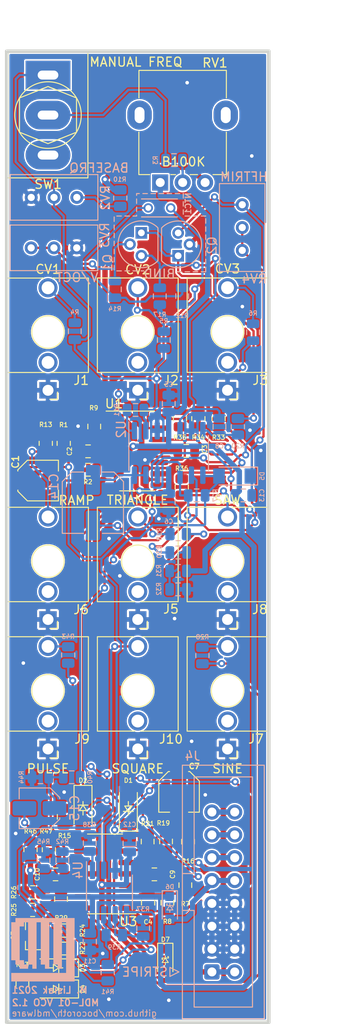
<source format=kicad_pcb>
(kicad_pcb (version 20171130) (host pcbnew "(5.1.9)-1")
  (title_block (title "MDL-01 VCO") (date 2020-09-28) (rev 1.0) (company "MDL Synth") (comment 1 "Copyright (C) 2020 Matt Lisiak") (comment 2 "LICENSE: CERN-OHL-S (https://ohwr.org/cern_ohl_s_v2.txt)"))
  (layers (0 F.Cu signal) (31 B.Cu signal) (34 B.Paste user) (35 F.Paste user) (36 B.SilkS user) (37 F.SilkS user) (38 B.Mask user) (39 F.Mask user) (44 Edge.Cuts user))
  (net 0 "")
  (net 1 SAW)
  (net 2 "Net-(C1-Pad2)")
  (net 3 GND)
  (net 4 TRIANGLE)
  (net 5 "Net-(D3-Pad2)")
  (net 6 EXPO)
  (net 7 CV_IN)
  (net 8 PULSE)
  (net 9 "Net-(NTC1-Pad2)")
  (net 10 "Net-(NTC1-Pad1)")
  (net 11 "Net-(Q1-Pad2)")
  (net 12 "Net-(SW1-Pad3)")
  (net 13 "Net-(C8-Pad1)")
  (net 14 "Net-(C8-Pad2)")
  (net 15 "Net-(C15-Pad2)")
  (net 16 "Net-(J1-PadT)")
  (net 17 "Net-(J2-PadT)")
  (net 18 "Net-(J3-PadT)")
  (net 19 "Net-(J4-Pad15)")
  (net 20 "Net-(J4-Pad13)")
  (net 21 "Net-(J4-Pad11)")
  (net 22 "Net-(J5-PadT)")
  (net 23 "Net-(J6-PadT)")
  (net 24 "Net-(J7-PadT)")
  (net 25 "Net-(J8-PadT)")
  (net 26 "Net-(J9-PadT)")
  (net 27 "Net-(J10-PadT)")
  (net 28 "Net-(R3-Pad2)")
  (net 29 "Net-(R3-Pad1)")
  (net 30 "Net-(R10-Pad2)")
  (net 31 "Net-(R27-Pad1)")
  (net 32 "Net-(R30-Pad1)")
  (net 33 "Net-(R42-Pad2)")
  (net 34 "Net-(R43-Pad2)")
  (net 35 "Net-(C4-Pad1)")
  (net 36 "Net-(C4-Pad2)")
  (net 37 "Net-(C7-Pad2)")
  (net 38 "Net-(C7-Pad1)")
  (net 39 "Net-(C13-Pad2)")
  (net 40 "Net-(C14-Pad1)")
  (net 41 "Net-(C14-Pad2)")
  (net 42 "Net-(C15-Pad1)")
  (net 43 "Net-(D2-Pad1)")
  (net 44 "Net-(Q1-Pad1)")
  (net 45 "Net-(Q3-Pad1)")
  (net 46 "Net-(Q3-Pad2)")
  (net 47 "Net-(R1-Pad1)")
  (net 48 "Net-(R13-Pad2)")
  (net 49 "Net-(R19-Pad2)")
  (net 50 "Net-(R26-Pad2)")
  (net 51 "Net-(R28-Pad2)")
  (net 52 "Net-(R34-Pad2)")
  (net 53 "Net-(R35-Pad1)")
  (net 54 "Net-(R37-Pad1)")
  (net 55 "Net-(R38-Pad2)")
  (net 56 "Net-(R39-Pad2)")
  (net 57 +12V)
  (net 58 -12V)
  (net 59 "Net-(D6-Pad2)")
  (net 60 "Net-(D7-Pad1)")
  (module MDLSynth:MDLSynth_logo_8mmx8mm_silkscreen (layer B.Cu) (at 85.43512 160.19964 180)
    (fp_text reference G*** hide)
    (fp_text value LOGO hide)
  )
  (module Diode_SMD:D_SOD-323_HandSoldering (layer F.Cu) (at 99.06222 161.41154 270)
    (fp_text reference D7 (at -2.3168 -0.0127 180) (layer F.SilkS) (effects (font (size 0.5 0.5) (thickness 0.1))))
    (fp_text value 5817)
    (pad 1 smd rect (at -1.25 0 270) (size 1 1) (layers F.Cu F.Paste F.Mask) (net 60 "Net-(D7-Pad1)"))
    (pad 2 smd rect (at 1.25 0 270) (size 1 1) (layers F.Cu F.Paste F.Mask) (net 58 -12V))
  )
  (module Diode_SMD:D_SOD-323_HandSoldering (layer B.Cu) (at 99.57022 155.56954 270)
    (fp_text reference D6 (at -2.3295 0 180) (layer B.SilkS) (effects (font (size 0.5 0.5) (thickness 0.1)) (justify mirror)))
    (fp_text value 5817)
    (pad 1 smd rect (at -1.25 0 270) (size 1 1) (layers B.Cu B.Paste B.Mask) (net 57 +12V))
    (pad 2 smd rect (at 1.25 0 270) (size 1 1) (layers B.Cu B.Paste B.Mask) (net 59 "Net-(D6-Pad2)"))
  )
  (module Resistor_SMD:R_0805_2012Metric (layer F.Cu) (at 99.14922 148.18604 270)
    (fp_text reference R19 (at -2.0375 0.3 180) (layer F.SilkS) (effects (font (size 0.5 0.5) (thickness 0.1))))
    (fp_text value 3.9K)
    (pad 2 smd roundrect (at 0.9375 0 270) (size 0.975 1.4) (layers F.Cu F.Paste F.Mask) (net 49 "Net-(R19-Pad2)"))
    (pad 1 smd roundrect (at -0.9375 0 270) (size 0.975 1.4) (layers F.Cu F.Paste F.Mask) (net 3 GND))
  )
  (module Package_SO:SOIC-8_3.9x4.9mm_P1.27mm (layer B.Cu) (at 92.84422 153.87354 270)
    (fp_text reference U4 (at -2.5 3.5 270) (layer B.SilkS) (effects (justify mirror)))
    (fp_text value TL072)
    (pad 1 smd roundrect (at -2.475 1.905 270) (size 1.95 0.6) (layers B.Cu B.Paste B.Mask) (net 55 "Net-(R38-Pad2)"))
    (pad 2 smd roundrect (at -2.475 0.635 270) (size 1.95 0.6) (layers B.Cu B.Paste B.Mask) (net 1 SAW))
    (pad 3 smd roundrect (at -2.475 -0.635 270) (size 1.95 0.6) (layers B.Cu B.Paste B.Mask) (net 3 GND))
    (pad 4 smd roundrect (at -2.475 -1.905 270) (size 1.95 0.6) (layers B.Cu B.Paste B.Mask) (net 58 -12V))
    (pad 5 smd roundrect (at 2.475 -1.905 270) (size 1.95 0.6) (layers B.Cu B.Paste B.Mask) (net 33 "Net-(R42-Pad2)"))
    (pad 6 smd roundrect (at 2.475 -0.635 270) (size 1.95 0.6) (layers B.Cu B.Paste B.Mask) (net 54 "Net-(R37-Pad1)"))
    (pad 7 smd roundrect (at 2.475 0.635 270) (size 1.95 0.6) (layers B.Cu B.Paste B.Mask) (net 56 "Net-(R39-Pad2)"))
    (pad 8 smd roundrect (at 2.475 1.905 270) (size 1.95 0.6) (layers B.Cu B.Paste B.Mask) (net 57 +12V))
  )
  (module Package_SO:SOIC-14_3.9x8.7mm_P1.27mm (layer F.Cu) (at 92.34922 151.79854 180)
    (fp_text reference U3 (at -2.6 -5.3) (layer F.SilkS))
    (fp_text value TL074)
    (pad 1 smd roundrect (at -2.475 -3.81 180) (size 1.95 0.6) (layers F.Cu F.Paste F.Mask) (net 36 "Net-(C4-Pad2)"))
    (pad 2 smd roundrect (at -2.475 -2.54 180) (size 1.95 0.6) (layers F.Cu F.Paste F.Mask) (net 35 "Net-(C4-Pad1)"))
    (pad 3 smd roundrect (at -2.475 -1.27 180) (size 1.95 0.6) (layers F.Cu F.Paste F.Mask) (net 3 GND))
    (pad 4 smd roundrect (at -2.475 0 180) (size 1.95 0.6) (layers F.Cu F.Paste F.Mask) (net 57 +12V))
    (pad 5 smd roundrect (at -2.475 1.27 180) (size 1.95 0.6) (layers F.Cu F.Paste F.Mask) (net 37 "Net-(C7-Pad2)"))
    (pad 6 smd roundrect (at -2.475 2.54 180) (size 1.95 0.6) (layers F.Cu F.Paste F.Mask) (net 49 "Net-(R19-Pad2)"))
    (pad 7 smd roundrect (at -2.475 3.81 180) (size 1.95 0.6) (layers F.Cu F.Paste F.Mask) (net 4 TRIANGLE))
    (pad 8 smd roundrect (at 2.475 3.81 180) (size 1.95 0.6) (layers F.Cu F.Paste F.Mask) (net 34 "Net-(R43-Pad2)"))
    (pad 9 smd roundrect (at 2.475 2.54 180) (size 1.95 0.6) (layers F.Cu F.Paste F.Mask) (net 34 "Net-(R43-Pad2)"))
    (pad 10 smd roundrect (at 2.475 1.27 180) (size 1.95 0.6) (layers F.Cu F.Paste F.Mask) (net 15 "Net-(C15-Pad2)"))
    (pad 11 smd roundrect (at 2.475 0 180) (size 1.95 0.6) (layers F.Cu F.Paste F.Mask) (net 58 -12V))
    (pad 12 smd roundrect (at 2.475 -1.27 180) (size 1.95 0.6) (layers F.Cu F.Paste F.Mask) (net 50 "Net-(R26-Pad2)"))
    (pad 13 smd roundrect (at 2.475 -2.54 180) (size 1.95 0.6) (layers F.Cu F.Paste F.Mask) (net 46 "Net-(Q3-Pad2)"))
    (pad 14 smd roundrect (at 2.475 -3.81 180) (size 1.95 0.6) (layers F.Cu F.Paste F.Mask) (net 51 "Net-(R28-Pad2)"))
  )
  (module Package_SO:SOIC-14_3.9x8.7mm_P1.27mm (layer F.Cu) (at 95.92422 104.75854)
    (fp_text reference U1 (at -2.575 -5.26) (layer F.SilkS))
    (fp_text value TL074)
    (pad 1 smd roundrect (at -2.475 -3.81) (size 1.95 0.6) (layers F.Cu F.Paste F.Mask) (net 48 "Net-(R13-Pad2)"))
    (pad 2 smd roundrect (at -2.475 -2.54) (size 1.95 0.6) (layers F.Cu F.Paste F.Mask) (net 3 GND))
    (pad 3 smd roundrect (at -2.475 -1.27) (size 1.95 0.6) (layers F.Cu F.Paste F.Mask) (net 47 "Net-(R1-Pad1)"))
    (pad 4 smd roundrect (at -2.475 0) (size 1.95 0.6) (layers F.Cu F.Paste F.Mask) (net 57 +12V))
    (pad 5 smd roundrect (at -2.475 1.27) (size 1.95 0.6) (layers F.Cu F.Paste F.Mask) (net 2 "Net-(C1-Pad2)"))
    (pad 6 smd roundrect (at -2.475 2.54) (size 1.95 0.6) (layers F.Cu F.Paste F.Mask) (net 43 "Net-(D2-Pad1)"))
    (pad 7 smd roundrect (at -2.475 3.81) (size 1.95 0.6) (layers F.Cu F.Paste F.Mask) (net 43 "Net-(D2-Pad1)"))
    (pad 8 smd roundrect (at 2.475 3.81) (size 1.95 0.6) (layers F.Cu F.Paste F.Mask) (net 1 SAW))
    (pad 9 smd roundrect (at 2.475 2.54) (size 1.95 0.6) (layers F.Cu F.Paste F.Mask) (net 1 SAW))
    (pad 10 smd roundrect (at 2.475 1.27) (size 1.95 0.6) (layers F.Cu F.Paste F.Mask) (net 41 "Net-(C14-Pad2)"))
    (pad 11 smd roundrect (at 2.475 0) (size 1.95 0.6) (layers F.Cu F.Paste F.Mask) (net 58 -12V))
    (pad 12 smd roundrect (at 2.475 -1.27) (size 1.95 0.6) (layers F.Cu F.Paste F.Mask) (net 41 "Net-(C14-Pad2)"))
    (pad 13 smd roundrect (at 2.475 -2.54) (size 1.95 0.6) (layers F.Cu F.Paste F.Mask) (net 52 "Net-(R34-Pad2)"))
    (pad 14 smd roundrect (at 2.475 -3.81) (size 1.95 0.6) (layers F.Cu F.Paste F.Mask) (net 53 "Net-(R35-Pad1)"))
  )
  (module Potentiometer_THT:Potentiometer_Bourns_3296W_Vertical (layer B.Cu) (at 89.20922 76.55854)
    (fp_text reference RV2 (at 3.17 0.03 270) (layer B.SilkS) (effects (justify mirror)))
    (fp_text value B2K)
    (pad 1 thru_hole circle (at 0 0) (size 1.44 1.44) (drill 0.8) (layers *.Cu *.Mask) (net 30 "Net-(R10-Pad2)"))
    (pad 2 thru_hole circle (at -2.54 0) (size 1.44 1.44) (drill 0.8) (layers *.Cu *.Mask) (net 7 CV_IN))
    (pad 3 thru_hole circle (at -5.08 0) (size 1.44 1.44) (drill 0.8) (layers *.Cu *.Mask) (net 3 GND))
  )
  (module Resistor_SMD:R_0805_2012Metric (layer F.Cu) (at 86.09922 149.11104 90)
    (fp_text reference R47 (at 2.0625 -0.3 180) (layer F.SilkS) (effects (font (size 0.5 0.5) (thickness 0.1))))
    (fp_text value 10K)
    (pad 1 smd roundrect (at -0.9125 0 90) (size 1.025 1.4) (layers F.Cu F.Paste F.Mask) (roundrect_rratio 0.243902) (net 3 GND))
    (pad 2 smd roundrect (at 0.9125 0 90) (size 1.025 1.4) (layers F.Cu F.Paste F.Mask) (roundrect_rratio 0.243902) (net 15 "Net-(C15-Pad2)"))
  )
  (module Resistor_SMD:R_0805_2012Metric (layer F.Cu) (at 84.04922 149.09854 270)
    (fp_text reference R46 (at -2.05 0 180) (layer F.SilkS) (effects (font (size 0.5 0.5) (thickness 0.1))))
    (fp_text value 1M)
    (pad 1 smd roundrect (at -0.9125 0 270) (size 1.025 1.4) (layers F.Cu F.Paste F.Mask) (roundrect_rratio 0.243902) (net 15 "Net-(C15-Pad2)"))
    (pad 2 smd roundrect (at 0.9125 0 270) (size 1.025 1.4) (layers F.Cu F.Paste F.Mask) (roundrect_rratio 0.243902) (net 57 +12V))
  )
  (module Resistor_SMD:R_0805_2012Metric (layer B.Cu) (at 93.38672 158.59854 180)
    (fp_text reference R39 (at -0.0125 -1.35) (layer B.SilkS) (effects (font (size 0.5 0.5) (thickness 0.1)) (justify mirror)))
    (fp_text value 3.3K)
    (pad 1 smd roundrect (at -0.9125 0 180) (size 1.025 1.4) (layers B.Cu B.Paste B.Mask) (roundrect_rratio 0.243902) (net 54 "Net-(R37-Pad1)"))
    (pad 2 smd roundrect (at 0.9125 0 180) (size 1.025 1.4) (layers B.Cu B.Paste B.Mask) (roundrect_rratio 0.243902) (net 56 "Net-(R39-Pad2)"))
  )
  (module Resistor_SMD:R_0805_2012Metric (layer F.Cu) (at 100.69922 101.16104 90)
    (fp_text reference R35 (at -2.0875 0 180) (layer F.SilkS) (effects (font (size 0.5 0.5) (thickness 0.1))))
    (fp_text value 3.3K)
    (pad 1 smd roundrect (at -0.9125 0 90) (size 1.025 1.4) (layers F.Cu F.Paste F.Mask) (roundrect_rratio 0.243902) (net 53 "Net-(R35-Pad1)"))
    (pad 2 smd roundrect (at 0.9125 0 90) (size 1.025 1.4) (layers F.Cu F.Paste F.Mask) (roundrect_rratio 0.243902) (net 52 "Net-(R34-Pad2)"))
  )
  (module Resistor_SMD:R_0805_2012Metric (layer F.Cu) (at 102.74922 101.16104 90)
    (fp_text reference R34 (at -2.0875 0) (layer F.SilkS) (effects (font (size 0.5 0.5) (thickness 0.1))))
    (fp_text value 3.9K)
    (pad 1 smd roundrect (at -0.9125 0 90) (size 1.025 1.4) (layers F.Cu F.Paste F.Mask) (roundrect_rratio 0.243902) (net 3 GND))
    (pad 2 smd roundrect (at 0.9125 0 90) (size 1.025 1.4) (layers F.Cu F.Paste F.Mask) (roundrect_rratio 0.243902) (net 52 "Net-(R34-Pad2)"))
  )
  (module Resistor_SMD:R_0805_2012Metric (layer F.Cu) (at 84.28672 153.84854)
    (fp_text reference R26 (at -2.0875 0 270) (layer F.SilkS) (effects (font (size 0.5 0.5) (thickness 0.1))))
    (fp_text value 1.8K)
    (pad 1 smd roundrect (at -0.9125 0) (size 1.025 1.4) (layers F.Cu F.Paste F.Mask) (roundrect_rratio 0.243902) (net 3 GND))
    (pad 2 smd roundrect (at 0.9125 0) (size 1.025 1.4) (layers F.Cu F.Paste F.Mask) (roundrect_rratio 0.243902) (net 50 "Net-(R26-Pad2)"))
  )
  (module Resistor_SMD:R_0805_2012Metric (layer B.Cu) (at 94.04922 76.63604 270)
    (fp_text reference R10 (at -2.0875 0.05 180) (layer B.SilkS) (effects (font (size 0.5 0.5) (thickness 0.1)) (justify mirror)))
    (fp_text value 2K)
    (pad 1 smd roundrect (at -0.9125 0 270) (size 1.025 1.4) (layers B.Cu B.Paste B.Mask) (roundrect_rratio 0.243902) (net 58 -12V))
    (pad 2 smd roundrect (at 0.9125 0 270) (size 1.025 1.4) (layers B.Cu B.Paste B.Mask) (roundrect_rratio 0.243902) (net 30 "Net-(R10-Pad2)"))
  )
  (module Diode_SMD:D_MiniMELF (layer F.Cu) (at 89.89922 144.49854 270)
    (fp_text reference D2 (at -3.1 0) (layer F.SilkS) (effects (font (size 0.5 0.5) (thickness 0.1))))
    (fp_text value 4148)
    (pad 1 smd rect (at -1.75 0 270) (size 1.3 1.7) (layers F.Cu F.Paste F.Mask) (net 43 "Net-(D2-Pad1)"))
    (pad 2 smd rect (at 1.75 0 270) (size 1.3 1.7) (layers F.Cu F.Paste F.Mask) (net 38 "Net-(C7-Pad1)"))
  )
  (module Diode_SMD:D_MiniMELF (layer F.Cu) (at 94.94922 144.49854 90)
    (fp_text reference D1 (at 3.1 0) (layer F.SilkS) (effects (font (size 0.5 0.5) (thickness 0.1))))
    (fp_text value 4148)
    (pad 1 smd rect (at -1.75 0 90) (size 1.3 1.7) (layers F.Cu F.Paste F.Mask) (net 38 "Net-(C7-Pad1)"))
    (pad 2 smd rect (at 1.75 0 90) (size 1.3 1.7) (layers F.Cu F.Paste F.Mask) (net 36 "Net-(C4-Pad2)"))
  )
  (module Capacitor_SMD:C_Elec_4x5.4 (layer B.Cu) (at 85.04922 144.49854 180)
    (fp_text reference C15 (at -3.9165 0.0215 270) (layer B.SilkS) (effects (justify mirror)))
    (fp_text value 1uF)
    (pad 1 smd roundrect (at -1.675 0 180) (size 2.65 1.6) (layers B.Cu B.Paste B.Mask) (roundrect_rratio 0.15625) (net 42 "Net-(C15-Pad1)"))
    (pad 2 smd roundrect (at 1.675 0 180) (size 2.65 1.6) (layers B.Cu B.Paste B.Mask) (roundrect_rratio 0.15625) (net 15 "Net-(C15-Pad2)"))
  )
  (module Capacitor_SMD:C_0805_2012Metric (layer B.Cu) (at 95.09922 148.39854 270)
    (fp_text reference C12 (at -2.1 0 180) (layer B.SilkS) (effects (font (size 0.5 0.5) (thickness 0.1)) (justify mirror)))
    (fp_text value 100nF)
    (pad 1 smd roundrect (at -0.95 0 270) (size 1 1.45) (layers B.Cu B.Paste B.Mask) (net 3 GND))
    (pad 2 smd roundrect (at 0.95 0 270) (size 1 1.45) (layers B.Cu B.Paste B.Mask) (net 58 -12V))
  )
  (module Capacitor_SMD:C_0805_2012Metric (layer B.Cu) (at 90.64922 159.34854 270)
    (fp_text reference C11 (at 2.15 0 180) (layer B.SilkS) (effects (font (size 0.5 0.5) (thickness 0.1)) (justify mirror)))
    (fp_text value 100nF)
    (pad 1 smd roundrect (at -0.95 0 270) (size 1 1.45) (layers B.Cu B.Paste B.Mask) (net 57 +12V))
    (pad 2 smd roundrect (at 0.95 0 270) (size 1 1.45) (layers B.Cu B.Paste B.Mask) (net 3 GND))
  )
  (module Resistor_SMD:R_0805_2012Metric (layer B.Cu) (at 98.44922 87.54854 270)
    (fp_text reference R17 (at 2.0375 0) (layer B.SilkS) (effects (font (size 0.5 0.5) (thickness 0.1)) (justify mirror)))
    (fp_text value 1.5M)
    (pad 1 smd roundrect (at -0.9375 0 270) (size 0.975 1.4) (layers B.Cu B.Paste B.Mask) (net 13 "Net-(C8-Pad1)"))
    (pad 2 smd roundrect (at 0.9375 0 270) (size 0.975 1.4) (layers B.Cu B.Paste B.Mask) (net 57 +12V))
  )
  (module Package_SO:SOIC-14_3.9x8.7mm_P1.27mm (layer B.Cu) (at 99.43922 104.97354 270)
    (fp_text reference U2 (at -2.625 5.29 270) (layer B.SilkS) (effects (justify mirror)))
    (fp_text value TL074)
    (pad 1 smd roundrect (at -2.475 3.81 270) (size 1.95 0.6) (layers B.Cu B.Paste B.Mask) (net 10 "Net-(NTC1-Pad1)"))
    (pad 2 smd roundrect (at -2.475 2.54 270) (size 1.95 0.6) (layers B.Cu B.Paste B.Mask) (net 7 CV_IN))
    (pad 3 smd roundrect (at -2.475 1.27 270) (size 1.95 0.6) (layers B.Cu B.Paste B.Mask) (net 3 GND))
    (pad 4 smd roundrect (at -2.475 0 270) (size 1.95 0.6) (layers B.Cu B.Paste B.Mask) (net 57 +12V))
    (pad 5 smd roundrect (at -2.475 -1.27 270) (size 1.95 0.6) (layers B.Cu B.Paste B.Mask) (net 13 "Net-(C8-Pad1)"))
    (pad 6 smd roundrect (at -2.475 -2.54 270) (size 1.95 0.6) (layers B.Cu B.Paste B.Mask) (net 3 GND))
    (pad 7 smd roundrect (at -2.475 -3.81 270) (size 1.95 0.6) (layers B.Cu B.Paste B.Mask) (net 14 "Net-(C8-Pad2)"))
    (pad 8 smd roundrect (at 2.475 -3.81 270) (size 1.95 0.6) (layers B.Cu B.Paste B.Mask) (net 8 PULSE))
    (pad 9 smd roundrect (at 2.475 -2.54 270) (size 1.95 0.6) (layers B.Cu B.Paste B.Mask) (net 40 "Net-(C14-Pad1)"))
    (pad 10 smd roundrect (at 2.475 -1.27 270) (size 1.95 0.6) (layers B.Cu B.Paste B.Mask) (net 31 "Net-(R27-Pad1)"))
    (pad 11 smd roundrect (at 2.475 0 270) (size 1.95 0.6) (layers B.Cu B.Paste B.Mask) (net 58 -12V))
    (pad 12 smd roundrect (at 2.475 1.27 270) (size 1.95 0.6) (layers B.Cu B.Paste B.Mask) (net 6 EXPO))
    (pad 13 smd roundrect (at 2.475 2.54 270) (size 1.95 0.6) (layers B.Cu B.Paste B.Mask) (net 40 "Net-(C14-Pad1)"))
    (pad 14 smd roundrect (at 2.475 3.81 270) (size 1.95 0.6) (layers B.Cu B.Paste B.Mask) (net 40 "Net-(C14-Pad1)"))
  )
  (module Capacitor_SMD:C_0805_2012Metric (layer F.Cu) (at 86.83672 151.84854)
    (fp_text reference C10 (at -2.0366 0 270) (layer F.SilkS) (effects (font (size 0.5 0.5) (thickness 0.1))))
    (fp_text value 100nF)
    (pad 2 smd roundrect (at 0.9375 0) (size 0.975 1.4) (layers F.Cu F.Paste F.Mask) (net 58 -12V))
    (pad 1 smd roundrect (at -0.9375 0) (size 0.975 1.4) (layers F.Cu F.Paste F.Mask) (net 3 GND))
  )
  (module Resistor_SMD:R_0805_2012Metric (layer B.Cu) (at 108.83922 91.55604 90)
    (fp_text reference R6 (at 2.1125 0 180) (layer B.SilkS) (effects (font (size 0.5 0.5) (thickness 0.1)) (justify mirror)))
    (fp_text value 100K)
    (pad 1 smd roundrect (at -0.9375 0 90) (size 0.975 1.4) (layers B.Cu B.Paste B.Mask) (net 7 CV_IN))
    (pad 2 smd roundrect (at 0.9375 0 90) (size 0.975 1.4) (layers B.Cu B.Paste B.Mask) (net 18 "Net-(J3-PadT)"))
  )
  (module Resistor_SMD:R_0805_2012Metric (layer B.Cu) (at 98.89922 92.41104 90)
    (fp_text reference R5 (at 2.1125 0 180) (layer B.SilkS) (effects (font (size 0.5 0.5) (thickness 0.1)) (justify mirror)))
    (fp_text value 100K)
    (pad 1 smd roundrect (at -0.9375 0 90) (size 0.975 1.4) (layers B.Cu B.Paste B.Mask) (net 7 CV_IN))
    (pad 2 smd roundrect (at 0.9375 0 90) (size 0.975 1.4) (layers B.Cu B.Paste B.Mask) (net 17 "Net-(J2-PadT)"))
  )
  (module Resistor_SMD:R_0805_2012Metric (layer B.Cu) (at 88.97922 91.43604 90)
    (fp_text reference R4 (at 2.1125 0 180) (layer B.SilkS) (effects (font (size 0.5 0.5) (thickness 0.1)) (justify mirror)))
    (fp_text value 100K)
    (pad 1 smd roundrect (at -0.9375 0 90) (size 0.975 1.4) (layers B.Cu B.Paste B.Mask) (net 7 CV_IN))
    (pad 2 smd roundrect (at 0.9375 0 90) (size 0.975 1.4) (layers B.Cu B.Paste B.Mask) (net 16 "Net-(J1-PadT)"))
  )
  (module Resistor_SMD:R_0805_2012Metric (layer B.Cu) (at 100.03672 72.40854)
    (fp_text reference R3 (at -2.0625 0 270) (layer B.SilkS) (effects (font (size 0.5 0.5) (thickness 0.1)) (justify mirror)))
    (fp_text value 100K)
    (pad 1 smd roundrect (at -0.9375 0) (size 0.975 1.4) (layers B.Cu B.Paste B.Mask) (net 29 "Net-(R3-Pad1)"))
    (pad 2 smd roundrect (at 0.9375 0) (size 0.975 1.4) (layers B.Cu B.Paste B.Mask) (net 28 "Net-(R3-Pad2)"))
  )
  (module Capacitor_SMD:C_0805_2012Metric (layer B.Cu) (at 99.44922 110.43604 90)
    (fp_text reference C6 (at -2.1625 0) (layer B.SilkS) (effects (font (size 0.5 0.5) (thickness 0.1)) (justify mirror)))
    (fp_text value 100nF)
    (pad 2 smd roundrect (at 0.9375 0 90) (size 0.975 1.4) (layers B.Cu B.Paste B.Mask) (net 58 -12V))
    (pad 1 smd roundrect (at -0.9375 0 90) (size 0.975 1.4) (layers B.Cu B.Paste B.Mask) (net 3 GND))
  )
  (module MDLSynth:Thonkiconn (layer F.Cu) (at 105.99922 117.14854 180)
    (fp_text reference J8 (at -3.6 -5.24 180) (layer F.SilkS))
    (fp_text value SAW (at 0 6.94 180) (layer F.SilkS))
    (pad S thru_hole rect (at 0 -6.35) (size 1.93 1.83) (drill 1.22) (layers *.Cu *.Mask) (net 3 GND))
    (pad TN thru_hole circle (at 0 -3.25) (size 2.13 2.13) (drill 1.42) (layers *.Cu *.Mask))
    (pad T thru_hole circle (at 0 5.05) (size 2.13 2.13) (drill 1.43) (layers *.Cu *.Mask) (net 25 "Net-(J8-PadT)"))
    (pad "" np_thru_hole circle (at 0.01 0.14 180) (size 3 3) (drill 3) (layers *.Cu *.Mask) (clearance 0.4))
  )
  (module Connector_IDC:IDC-Header_2x08_P2.54mm_Vertical (layer B.Cu) (at 104.25922 162.69854)
    (fp_text reference J4 (at -2.16 -24) (layer B.SilkS) (effects (justify mirror)))
    (fp_text value STRIPE (at -7.47 0.01 180) (layer B.SilkS) (effects (justify mirror)))
    (pad 1 thru_hole roundrect (at 0 0) (size 1.7 1.7) (drill 1) (layers *.Cu *.Mask) (roundrect_rratio 0.147059) (net 60 "Net-(D7-Pad1)"))
    (pad 3 thru_hole circle (at 0 -2.54) (size 1.7 1.7) (drill 1) (layers *.Cu *.Mask) (net 3 GND))
    (pad 5 thru_hole circle (at 0 -5.08) (size 1.7 1.7) (drill 1) (layers *.Cu *.Mask) (net 3 GND))
    (pad 7 thru_hole circle (at 0 -7.62) (size 1.7 1.7) (drill 1) (layers *.Cu *.Mask) (net 3 GND))
    (pad 9 thru_hole circle (at 0 -10.16) (size 1.7 1.7) (drill 1) (layers *.Cu *.Mask) (net 59 "Net-(D6-Pad2)"))
    (pad 11 thru_hole circle (at 0 -12.7) (size 1.7 1.7) (drill 1) (layers *.Cu *.Mask) (net 21 "Net-(J4-Pad11)"))
    (pad 13 thru_hole circle (at 0 -15.24) (size 1.7 1.7) (drill 1) (layers *.Cu *.Mask) (net 20 "Net-(J4-Pad13)"))
    (pad 15 thru_hole circle (at 0 -17.78) (size 1.7 1.7) (drill 1) (layers *.Cu *.Mask) (net 19 "Net-(J4-Pad15)"))
    (pad 2 thru_hole circle (at 2.54 0) (size 1.7 1.7) (drill 1) (layers *.Cu *.Mask) (net 60 "Net-(D7-Pad1)"))
    (pad 4 thru_hole circle (at 2.54 -2.54) (size 1.7 1.7) (drill 1) (layers *.Cu *.Mask) (net 3 GND))
    (pad 6 thru_hole circle (at 2.54 -5.08) (size 1.7 1.7) (drill 1) (layers *.Cu *.Mask) (net 3 GND))
    (pad 8 thru_hole circle (at 2.54 -7.62) (size 1.7 1.7) (drill 1) (layers *.Cu *.Mask) (net 3 GND))
    (pad 10 thru_hole circle (at 2.54 -10.16) (size 1.7 1.7) (drill 1) (layers *.Cu *.Mask) (net 59 "Net-(D6-Pad2)"))
    (pad 12 thru_hole circle (at 2.54 -12.7) (size 1.7 1.7) (drill 1) (layers *.Cu *.Mask) (net 21 "Net-(J4-Pad11)"))
    (pad 14 thru_hole circle (at 2.54 -15.24) (size 1.7 1.7) (drill 1) (layers *.Cu *.Mask) (net 20 "Net-(J4-Pad13)"))
    (pad 16 thru_hole circle (at 2.54 -17.78) (size 1.7 1.7) (drill 1) (layers *.Cu *.Mask) (net 19 "Net-(J4-Pad15)"))
  )
  (module Resistor_SMD:R_0805_2012Metric (layer B.Cu) (at 95.74922 100.19854)
    (fp_text reference R11 (at -2.1 0 90) (layer B.SilkS) (effects (font (size 0.5 0.5) (thickness 0.1)) (justify mirror)))
    (fp_text value 100K)
    (pad 1 smd roundrect (at -0.9375 0) (size 0.975 1.4) (layers B.Cu B.Paste B.Mask) (net 10 "Net-(NTC1-Pad1)"))
    (pad 2 smd roundrect (at 0.9375 0) (size 0.975 1.4) (layers B.Cu B.Paste B.Mask) (net 7 CV_IN))
  )
  (module Resistor_SMD:R_0805_2012Metric (layer B.Cu) (at 100.94922 87.53604 270)
    (fp_text reference R12 (at 2.1625 0) (layer B.SilkS) (effects (font (size 0.5 0.5) (thickness 0.1)) (justify mirror)))
    (fp_text value 20K)
    (pad 1 smd roundrect (at -0.9375 0 270) (size 0.975 1.4) (layers B.Cu B.Paste B.Mask) (net 9 "Net-(NTC1-Pad2)"))
    (pad 2 smd roundrect (at 0.9375 0 270) (size 0.975 1.4) (layers B.Cu B.Paste B.Mask) (net 10 "Net-(NTC1-Pad1)"))
  )
  (module Resistor_SMD:R_0805_2012Metric (layer F.Cu) (at 83.14922 164.04854 270)
    (fp_text reference R23 (at -2.1625 0) (layer F.SilkS) (effects (font (size 0.5 0.5) (thickness 0.1))))
    (fp_text value 1M)
    (pad 2 smd roundrect (at 0.9375 0 270) (size 0.975 1.4) (layers F.Cu F.Paste F.Mask) (net 5 "Net-(D3-Pad2)"))
    (pad 1 smd roundrect (at -0.9375 0 270) (size 0.975 1.4) (layers F.Cu F.Paste F.Mask) (net 3 GND))
  )
  (module Resistor_SMD:R_0805_2012Metric (layer B.Cu) (at 102.56172 109.69854)
    (fp_text reference R27 (at 2.0875 0 270) (layer B.SilkS) (effects (font (size 0.5 0.5) (thickness 0.1)) (justify mirror)))
    (fp_text value 220K)
    (pad 1 smd roundrect (at -0.9375 0) (size 0.975 1.4) (layers B.Cu B.Paste B.Mask) (net 31 "Net-(R27-Pad1)"))
    (pad 2 smd roundrect (at 0.9375 0) (size 0.975 1.4) (layers B.Cu B.Paste B.Mask) (net 8 PULSE))
  )
  (module MDLSynth:Thonkiconn (layer F.Cu) (at 105.99922 131.54854 180)
    (fp_text reference J7 (at -3.17 -5.24 180) (layer F.SilkS))
    (fp_text value SINE (at 0 -8.55 180) (layer F.SilkS))
    (pad S thru_hole rect (at 0 -6.35) (size 1.93 1.83) (drill 1.22) (layers *.Cu *.Mask) (net 3 GND))
    (pad TN thru_hole circle (at 0 -3.25) (size 2.13 2.13) (drill 1.42) (layers *.Cu *.Mask))
    (pad T thru_hole circle (at 0 5.05) (size 2.13 2.13) (drill 1.43) (layers *.Cu *.Mask) (net 24 "Net-(J7-PadT)"))
    (pad "" np_thru_hole circle (at 0.01 0.14 180) (size 3 3) (drill 3) (layers *.Cu *.Mask) (clearance 0.4))
  )
  (module MDLSynth:Thonkiconn (layer F.Cu) (at 95.99922 131.54854 180)
    (fp_text reference J10 (at -3.7 -5.25 180) (layer F.SilkS))
    (fp_text value SQUARE (at 0 -8.55 180) (layer F.SilkS))
    (pad S thru_hole rect (at 0 -6.35) (size 1.93 1.83) (drill 1.22) (layers *.Cu *.Mask) (net 3 GND))
    (pad TN thru_hole circle (at 0 -3.25) (size 2.13 2.13) (drill 1.42) (layers *.Cu *.Mask))
    (pad T thru_hole circle (at 0 5.05) (size 2.13 2.13) (drill 1.43) (layers *.Cu *.Mask) (net 27 "Net-(J10-PadT)"))
    (pad "" np_thru_hole circle (at 0.01 0.14 180) (size 3 3) (drill 3) (layers *.Cu *.Mask) (clearance 0.4))
  )
  (module MDLSynth:Thonkiconn (layer F.Cu) (at 85.99922 131.54854 180)
    (fp_text reference J9 (at -3.8 -5.25 180) (layer F.SilkS))
    (fp_text value PULSE (at 0 -8.55 180) (layer F.SilkS))
    (pad S thru_hole rect (at 0 -6.35) (size 1.93 1.83) (drill 1.22) (layers *.Cu *.Mask) (net 3 GND))
    (pad TN thru_hole circle (at 0 -3.25) (size 2.13 2.13) (drill 1.42) (layers *.Cu *.Mask))
    (pad T thru_hole circle (at 0 5.05) (size 2.13 2.13) (drill 1.43) (layers *.Cu *.Mask) (net 26 "Net-(J9-PadT)"))
    (pad "" np_thru_hole circle (at 0.01 0.14 180) (size 3 3) (drill 3) (layers *.Cu *.Mask) (clearance 0.4))
  )
  (module MDLSynth:Thonkiconn (layer F.Cu) (at 95.99922 117.14854 180)
    (fp_text reference J5 (at -3.7 -5.19 180) (layer F.SilkS))
    (fp_text value TRIANGLE (at 0.02 6.93 180) (layer F.SilkS))
    (pad S thru_hole rect (at 0 -6.35) (size 1.93 1.83) (drill 1.22) (layers *.Cu *.Mask) (net 3 GND))
    (pad TN thru_hole circle (at 0 -3.25) (size 2.13 2.13) (drill 1.42) (layers *.Cu *.Mask))
    (pad T thru_hole circle (at 0 5.05) (size 2.13 2.13) (drill 1.43) (layers *.Cu *.Mask) (net 22 "Net-(J5-PadT)"))
    (pad "" np_thru_hole circle (at 0.01 0.14 180) (size 3 3) (drill 3) (layers *.Cu *.Mask) (clearance 0.4))
  )
  (module MDLSynth:Thonkiconn (layer F.Cu) (at 85.99922 117.14854 180)
    (fp_text reference J6 (at -3.7 -5.25 180) (layer F.SilkS))
    (fp_text value RAMP (at -3.1824 6.898 180) (layer F.SilkS))
    (pad S thru_hole rect (at 0 -6.35) (size 1.93 1.83) (drill 1.22) (layers *.Cu *.Mask) (net 3 GND))
    (pad TN thru_hole circle (at 0 -3.25) (size 2.13 2.13) (drill 1.42) (layers *.Cu *.Mask))
    (pad T thru_hole circle (at 0 5.05) (size 2.13 2.13) (drill 1.43) (layers *.Cu *.Mask) (net 23 "Net-(J6-PadT)"))
    (pad "" np_thru_hole circle (at 0.01 0.14 180) (size 3 3) (drill 3) (layers *.Cu *.Mask) (clearance 0.4))
  )
  (module MDLSynth:Thonkiconn (layer F.Cu) (at 105.99922 91.64854 180)
    (fp_text reference J3 (at -3.64 -5.25 180) (layer F.SilkS))
    (fp_text value CV3 (at 0 7.15 180) (layer F.SilkS))
    (pad S thru_hole rect (at 0 -6.35) (size 1.93 1.83) (drill 1.22) (layers *.Cu *.Mask) (net 3 GND))
    (pad TN thru_hole circle (at 0 -3.25) (size 2.13 2.13) (drill 1.42) (layers *.Cu *.Mask))
    (pad T thru_hole circle (at 0 5.05) (size 2.13 2.13) (drill 1.43) (layers *.Cu *.Mask) (net 18 "Net-(J3-PadT)"))
    (pad "" np_thru_hole circle (at 0.01 0.14 180) (size 3 3) (drill 3) (layers *.Cu *.Mask) (clearance 0.4))
  )
  (module MDLSynth:Thonkiconn (layer F.Cu) (at 95.99922 91.64854 180)
    (fp_text reference J2 (at -3.7 -5.25 180) (layer F.SilkS))
    (fp_text value CV2 (at -0.0023 7.052 180) (layer F.SilkS))
    (pad S thru_hole rect (at 0 -6.35) (size 1.93 1.83) (drill 1.22) (layers *.Cu *.Mask) (net 3 GND))
    (pad TN thru_hole circle (at 0 -3.25) (size 2.13 2.13) (drill 1.42) (layers *.Cu *.Mask))
    (pad T thru_hole circle (at 0 5.05) (size 2.13 2.13) (drill 1.43) (layers *.Cu *.Mask) (net 17 "Net-(J2-PadT)"))
    (pad "" np_thru_hole circle (at 0.01 0.14 180) (size 3 3) (drill 3) (layers *.Cu *.Mask) (clearance 0.4))
  )
  (module MDLSynth:Thonkiconn (layer F.Cu) (at 85.99922 91.65854 180)
    (fp_text reference J1 (at -3.7 -5.24 180) (layer F.SilkS))
    (fp_text value CV1 (at 0 7.11 180) (layer F.SilkS))
    (pad S thru_hole rect (at 0 -6.35) (size 1.93 1.83) (drill 1.22) (layers *.Cu *.Mask) (net 3 GND))
    (pad TN thru_hole circle (at 0 -3.25) (size 2.13 2.13) (drill 1.42) (layers *.Cu *.Mask))
    (pad T thru_hole circle (at 0 5.05) (size 2.13 2.13) (drill 1.43) (layers *.Cu *.Mask) (net 16 "Net-(J1-PadT)"))
    (pad "" np_thru_hole circle (at 0.01 0.14 180) (size 3 3) (drill 3) (layers *.Cu *.Mask) (clearance 0.4))
  )
  (module Diode_SMD:D_MiniMELF (layer B.Cu) (at 106.79922 107.54854 180)
    (fp_text reference D5 (at -3.05 0 90) (layer B.SilkS) (effects (font (size 0.5 0.5) (thickness 0.1)) (justify mirror)))
    (fp_text value 4148)
    (pad 1 smd rect (at -1.75 0 180) (size 1.3 1.7) (layers B.Cu B.Paste B.Mask) (net 39 "Net-(C13-Pad2)"))
    (pad 2 smd rect (at 1.75 0 180) (size 1.3 1.7) (layers B.Cu B.Paste B.Mask) (net 8 PULSE))
  )
  (module Diode_SMD:D_MiniMELF (layer F.Cu) (at 86.84922 164.59854 180)
    (fp_text reference D4 (at -3 0 270) (layer F.SilkS) (effects (font (size 0.5 0.5) (thickness 0.1))))
    (fp_text value 4148)
    (pad 1 smd rect (at -1.75 0 180) (size 1.3 1.7) (layers F.Cu F.Paste F.Mask) (net 3 GND))
    (pad 2 smd rect (at 1.75 0 180) (size 1.3 1.7) (layers F.Cu F.Paste F.Mask) (net 5 "Net-(D3-Pad2)"))
  )
  (module Diode_SMD:D_MiniMELF (layer F.Cu) (at 86.84922 162.24854 180)
    (fp_text reference D3 (at -3 0 90) (layer F.SilkS) (effects (font (size 0.5 0.5) (thickness 0.1))))
    (fp_text value 4148)
    (pad 1 smd rect (at -1.75 0 180) (size 1.3 1.7) (layers F.Cu F.Paste F.Mask) (net 4 TRIANGLE))
    (pad 2 smd rect (at 1.75 0 180) (size 1.3 1.7) (layers F.Cu F.Paste F.Mask) (net 5 "Net-(D3-Pad2)"))
  )
  (module Capacitor_SMD:C_0805_2012Metric (layer F.Cu) (at 90.46172 104.79854 180)
    (fp_text reference C2 (at 2.0625 0 270) (layer F.SilkS) (effects (font (size 0.5 0.5) (thickness 0.1))))
    (fp_text value 100nF)
    (pad 2 smd roundrect (at 0.9375 0 180) (size 0.975 1.4) (layers F.Cu F.Paste F.Mask) (net 3 GND))
    (pad 1 smd roundrect (at -0.9375 0 180) (size 0.975 1.4) (layers F.Cu F.Paste F.Mask) (net 57 +12V))
  )
  (module Capacitor_SMD:C_0805_2012Metric (layer F.Cu) (at 101.39922 104.74854 180)
    (fp_text reference C3 (at -2.05 0.2 270) (layer F.SilkS) (effects (font (size 0.5 0.5) (thickness 0.1))))
    (fp_text value 100nF)
    (pad 1 smd roundrect (at -0.9375 0 180) (size 0.975 1.4) (layers F.Cu F.Paste F.Mask) (net 3 GND))
    (pad 2 smd roundrect (at 0.9375 0 180) (size 0.975 1.4) (layers F.Cu F.Paste F.Mask) (net 58 -12V))
  )
  (module Capacitor_SMD:C_0805_2012Metric (layer B.Cu) (at 99.44922 99.48604 90)
    (fp_text reference C5 (at 2.1375 0) (layer B.SilkS) (effects (font (size 0.5 0.5) (thickness 0.1)) (justify mirror)))
    (fp_text value 100nF)
    (pad 2 smd roundrect (at 0.9375 0 90) (size 0.975 1.4) (layers B.Cu B.Paste B.Mask) (net 3 GND))
    (pad 1 smd roundrect (at -0.9375 0 90) (size 0.975 1.4) (layers B.Cu B.Paste B.Mask) (net 57 +12V))
  )
  (module Capacitor_SMD:C_0805_2012Metric (layer B.Cu) (at 105.09922 102.06104 270)
    (fp_text reference C8 (at 2.1625 0 180) (layer B.SilkS) (effects (font (size 0.5 0.5) (thickness 0.1)) (justify mirror)))
    (fp_text value 100pF)
    (pad 1 smd roundrect (at -0.9375 0 270) (size 0.975 1.4) (layers B.Cu B.Paste B.Mask) (net 13 "Net-(C8-Pad1)"))
    (pad 2 smd roundrect (at 0.9375 0 270) (size 0.975 1.4) (layers B.Cu B.Paste B.Mask) (net 14 "Net-(C8-Pad2)"))
  )
  (module Capacitor_SMD:C_0805_2012Metric (layer F.Cu) (at 97.84922 151.84854)
    (fp_text reference C9 (at 2.0325 0 90) (layer F.SilkS) (effects (font (size 0.5 0.5) (thickness 0.1))))
    (fp_text value 100nF)
    (pad 2 smd roundrect (at 0.9375 0) (size 0.975 1.4) (layers F.Cu F.Paste F.Mask) (net 3 GND))
    (pad 1 smd roundrect (at -0.9375 0) (size 0.975 1.4) (layers F.Cu F.Paste F.Mask) (net 57 +12V))
  )
  (module Potentiometer_THT:Potentiometer_Bourns_3296W_Vertical (layer B.Cu) (at 107.63922 77.36854 90)
    (fp_text reference RV4 (at -8.24 1.34) (layer B.SilkS) (effects (justify mirror)))
    (fp_text value B2K)
    (pad 3 thru_hole circle (at -5.08 0 90) (size 1.44 1.44) (drill 0.8) (layers *.Cu *.Mask) (net 39 "Net-(C13-Pad2)"))
    (pad 2 thru_hole circle (at -2.54 0 90) (size 1.44 1.44) (drill 0.8) (layers *.Cu *.Mask) (net 39 "Net-(C13-Pad2)"))
    (pad 1 thru_hole circle (at 0 0 90) (size 1.44 1.44) (drill 0.8) (layers *.Cu *.Mask) (net 6 EXPO))
  )
  (module Package_TO_SOT_THT:TO-92 (layer B.Cu) (at 96.39922 80.49854 270)
    (fp_text reference Q1 (at 3.35 3.75 270) (layer B.SilkS) (effects (justify mirror)))
    (fp_text value 2N3904)
    (pad 1 thru_hole rect (at 0 0 180) (size 1.3 1.3) (drill 0.75) (layers *.Cu *.Mask) (net 44 "Net-(Q1-Pad1)"))
    (pad 3 thru_hole circle (at 2.54 0 180) (size 1.3 1.3) (drill 0.75) (layers *.Cu *.Mask) (net 13 "Net-(C8-Pad1)"))
    (pad 2 thru_hole circle (at 1.27 1.27 180) (size 1.3 1.3) (drill 0.75) (layers *.Cu *.Mask) (net 11 "Net-(Q1-Pad2)"))
  )
  (module Package_TO_SOT_THT:TO-92 (layer B.Cu) (at 100.49922 83.04854 90)
    (fp_text reference Q2 (at 1.15 3.76 270) (layer B.SilkS) (effects (justify mirror)))
    (fp_text value 2N3904)
    (pad 2 thru_hole circle (at 1.27 1.27) (size 1.3 1.3) (drill 0.75) (layers *.Cu *.Mask) (net 3 GND))
    (pad 3 thru_hole circle (at 2.54 0) (size 1.3 1.3) (drill 0.75) (layers *.Cu *.Mask) (net 6 EXPO))
    (pad 1 thru_hole rect (at 0 0) (size 1.3 1.3) (drill 0.75) (layers *.Cu *.Mask) (net 44 "Net-(Q1-Pad1)"))
  )
  (module Package_TO_SOT_SMD:SOT-23 (layer F.Cu) (at 84.24922 158.64854 180)
    (fp_text reference Q3 (at 2.1 0 270) (layer F.SilkS) (effects (font (size 0.5 0.5) (thickness 0.07))))
    (fp_text value 5457)
    (pad 3 smd rect (at 1 0 180) (size 0.9 0.8) (layers F.Cu F.Paste F.Mask) (net 5 "Net-(D3-Pad2)"))
    (pad 2 smd rect (at -1 0.95 180) (size 0.9 0.8) (layers F.Cu F.Paste F.Mask) (net 46 "Net-(Q3-Pad2)"))
    (pad 1 smd rect (at -1 -0.95 180) (size 0.9 0.8) (layers F.Cu F.Paste F.Mask) (net 45 "Net-(Q3-Pad1)"))
  )
  (module Potentiometer_THT:Potentiometer_Alpha_RD901F-40-00D_Single_Vertical (layer F.Cu) (at 98.49922 74.89854 90)
    (fp_text reference RV1 (at 13.3 6.1) (layer F.SilkS))
    (fp_text value B100K (at 2.3 2.6) (layer F.SilkS))
    (pad 1 thru_hole rect (at 0 0 180) (size 1.8 1.8) (drill 1) (layers *.Cu *.Mask) (net 57 +12V))
    (pad 2 thru_hole circle (at 0 2.5 180) (size 1.8 1.8) (drill 1) (layers *.Cu *.Mask) (net 28 "Net-(R3-Pad2)"))
    (pad 3 thru_hole circle (at 0 5 180) (size 1.8 1.8) (drill 1) (layers *.Cu *.Mask) (net 58 -12V))
    (pad "" thru_hole oval (at 7.5 7.3 180) (size 2.72 3.24) (drill oval 1.1 1.8) (layers *.Cu *.Mask))
    (pad "" thru_hole oval (at 7.5 -2.3 180) (size 2.72 3.24) (drill oval 1.1 1.8) (layers *.Cu *.Mask))
  )
  (module MDLSynth:SW_Toggle_Blue_wSlots (layer F.Cu) (at 85.99922 67.39854 270)
    (fp_text reference SW1 (at 7.6984 -0.0074 180) (layer F.SilkS))
    (fp_text value "MANUAL FREQ" (at -5.9 -9.8 180) (layer F.SilkS))
    (pad 3 thru_hole oval (at 4.45 0 270) (size 3.2 5) (drill oval 1 2.3) (layers *.Cu *.Mask) (net 12 "Net-(SW1-Pad3)"))
    (pad 2 thru_hole oval (at 0 0 270) (size 3.2 5) (drill oval 1 2.3) (layers *.Cu *.Mask) (net 29 "Net-(R3-Pad1)"))
    (pad 1 thru_hole rect (at -4.45 0 270) (size 3.2 5) (drill oval 1 2.3) (layers *.Cu *.Mask) (net 7 CV_IN))
  )
  (module Potentiometer_THT:Potentiometer_Bourns_3296W_Vertical (layer B.Cu) (at 89.19922 82.16854)
    (fp_text reference RV3 (at 3.1 -1.42 270) (layer B.SilkS) (effects (justify mirror)))
    (fp_text value B2K)
    (pad 1 thru_hole circle (at 0 0) (size 1.44 1.44) (drill 0.8) (layers *.Cu *.Mask) (net 3 GND))
    (pad 2 thru_hole circle (at -2.54 0) (size 1.44 1.44) (drill 0.8) (layers *.Cu *.Mask) (net 11 "Net-(Q1-Pad2)"))
    (pad 3 thru_hole circle (at -5.08 0) (size 1.44 1.44) (drill 0.8) (layers *.Cu *.Mask) (net 11 "Net-(Q1-Pad2)"))
  )
  (module Capacitor_SMD:C_0805_2012Metric (layer B.Cu) (at 107.76172 109.69854)
    (fp_text reference C13 (at 2.0625 0 270) (layer B.SilkS) (effects (font (size 0.5 0.5) (thickness 0.1)) (justify mirror)))
    (fp_text value 2.2nF)
    (pad 2 smd roundrect (at 0.9375 0) (size 0.975 1.4) (layers B.Cu B.Paste B.Mask) (net 39 "Net-(C13-Pad2)"))
    (pad 1 smd roundrect (at -0.9375 0) (size 0.975 1.4) (layers B.Cu B.Paste B.Mask) (net 57 +12V))
  )
  (module MDLSynth:THERM_NXRT15WB333JA1B010 (layer B.Cu) (at 98.41922 77.72854 180)
    (fp_text reference NTC1 (at -3.2 0.5 270) (layer B.SilkS) (effects (font (size 0.64 0.64) (thickness 0.13)) (justify mirror)))
    (fp_text value 10K hide)
    (pad 1 thru_hole circle (at -1.25 0 180) (size 1.05 1.05) (drill 0.65) (layers *.Cu *.Mask) (net 10 "Net-(NTC1-Pad1)"))
    (pad 2 thru_hole circle (at 1.25 0 180) (size 1.05 1.05) (drill 0.65) (layers *.Cu *.Mask) (net 9 "Net-(NTC1-Pad2)"))
  )
  (module Resistor_SMD:R_0805_2012Metric (layer F.Cu) (at 90.44922 106.84854)
    (fp_text reference R2 (at 0 1.35 180) (layer F.SilkS) (effects (font (size 0.5 0.5) (thickness 0.1))))
    (fp_text value 200K)
    (pad 2 smd roundrect (at 0.9375 0) (size 0.975 1.4) (layers F.Cu F.Paste F.Mask) (net 2 "Net-(C1-Pad2)"))
    (pad 1 smd roundrect (at -0.9375 0) (size 0.975 1.4) (layers F.Cu F.Paste F.Mask) (net 3 GND))
  )
  (module Resistor_SMD:R_0805_2012Metric (layer F.Cu) (at 101.29922 153.04854 90)
    (fp_text reference R7 (at -2.0875 0) (layer F.SilkS) (effects (font (size 0.5 0.5) (thickness 0.1))))
    (fp_text value 10K)
    (pad 2 smd roundrect (at 0.9375 0 90) (size 0.975 1.4) (layers F.Cu F.Paste F.Mask) (net 43 "Net-(D2-Pad1)"))
    (pad 1 smd roundrect (at -0.9375 0 90) (size 0.975 1.4) (layers F.Cu F.Paste F.Mask) (net 35 "Net-(C4-Pad1)"))
  )
  (module Resistor_SMD:R_0805_2012Metric (layer F.Cu) (at 99.29922 154.99854 90)
    (fp_text reference R8 (at -2.1 0 180) (layer F.SilkS) (effects (font (size 0.5 0.5) (thickness 0.1))))
    (fp_text value 10K)
    (pad 2 smd roundrect (at 0.9375 0 90) (size 0.975 1.4) (layers F.Cu F.Paste F.Mask) (net 35 "Net-(C4-Pad1)"))
    (pad 1 smd roundrect (at -0.9375 0 90) (size 0.975 1.4) (layers F.Cu F.Paste F.Mask) (net 36 "Net-(C4-Pad2)"))
  )
  (module Resistor_SMD:R_0805_2012Metric (layer F.Cu) (at 91.14922 102.03604 270)
    (fp_text reference R9 (at -2.0625 0.05) (layer F.SilkS) (effects (font (size 0.5 0.5) (thickness 0.1))))
    (fp_text value 56K)
    (pad 2 smd roundrect (at 0.9375 0 270) (size 0.975 1.4) (layers F.Cu F.Paste F.Mask) (net 47 "Net-(R1-Pad1)"))
    (pad 1 smd roundrect (at -0.9375 0 270) (size 0.975 1.4) (layers F.Cu F.Paste F.Mask) (net 48 "Net-(R13-Pad2)"))
  )
  (module Resistor_SMD:R_0805_2012Metric (layer B.Cu) (at 93.44922 86.78604 270)
    (fp_text reference R14 (at 2.1625 0 180) (layer B.SilkS) (effects (font (size 0.5 0.5) (thickness 0.1)) (justify mirror)))
    (fp_text value 47K)
    (pad 2 smd roundrect (at 0.9375 0 270) (size 0.975 1.4) (layers B.Cu B.Paste B.Mask) (net 9 "Net-(NTC1-Pad2)"))
    (pad 1 smd roundrect (at -0.9375 0 270) (size 0.975 1.4) (layers B.Cu B.Paste B.Mask) (net 11 "Net-(Q1-Pad2)"))
  )
  (module Resistor_SMD:R_0805_2012Metric (layer F.Cu) (at 87.74922 145.44854 270)
    (fp_text reference R15 (at 2.1 -0.1 180) (layer F.SilkS) (effects (font (size 0.5 0.5) (thickness 0.1))))
    (fp_text value 20K)
    (pad 1 smd roundrect (at -0.9375 0 270) (size 0.975 1.4) (layers F.Cu F.Paste F.Mask) (net 3 GND))
    (pad 2 smd roundrect (at 0.9375 0 270) (size 0.975 1.4) (layers F.Cu F.Paste F.Mask) (net 38 "Net-(C7-Pad1)"))
  )
  (module Resistor_SMD:R_0805_2012Metric (layer F.Cu) (at 101.59922 148.21104 90)
    (fp_text reference R16 (at -2.1625 0 180) (layer F.SilkS) (effects (font (size 0.5 0.5) (thickness 0.1))))
    (fp_text value 200K)
    (pad 1 smd roundrect (at -0.9375 0 90) (size 0.975 1.4) (layers F.Cu F.Paste F.Mask) (net 3 GND))
    (pad 2 smd roundrect (at 0.9375 0 90) (size 0.975 1.4) (layers F.Cu F.Paste F.Mask) (net 37 "Net-(C7-Pad2)"))
  )
  (module Resistor_SMD:R_0805_2012Metric (layer F.Cu) (at 97.09922 148.19854 270)
    (fp_text reference R21 (at -2 0 180) (layer F.SilkS) (effects (font (size 0.5 0.5) (thickness 0.1))))
    (fp_text value 10K)
    (pad 1 smd roundrect (at -0.9375 0 270) (size 0.975 1.4) (layers F.Cu F.Paste F.Mask) (net 4 TRIANGLE))
    (pad 2 smd roundrect (at 0.9375 0 270) (size 0.975 1.4) (layers F.Cu F.Paste F.Mask) (net 49 "Net-(R19-Pad2)"))
  )
  (module Resistor_SMD:R_0805_2012Metric (layer F.Cu) (at 87.79922 160.09854)
    (fp_text reference R22 (at 2.05 -0.05 90) (layer F.SilkS) (effects (font (size 0.5 0.5) (thickness 0.1))))
    (fp_text value 1M)
    (pad 2 smd roundrect (at 0.9375 0) (size 0.975 1.4) (layers F.Cu F.Paste F.Mask) (net 4 TRIANGLE))
    (pad 1 smd roundrect (at -0.9375 0) (size 0.975 1.4) (layers F.Cu F.Paste F.Mask) (net 5 "Net-(D3-Pad2)"))
  )
  (module Resistor_SMD:R_0805_2012Metric (layer B.Cu) (at 90.64922 148.36104 270)
    (fp_text reference R38 (at -2.0375 0.05 180) (layer B.SilkS) (effects (font (size 0.5 0.5) (thickness 0.1)) (justify mirror)))
    (fp_text value 100K)
    (pad 2 smd roundrect (at 0.9375 0 270) (size 0.975 1.4) (layers B.Cu B.Paste B.Mask) (net 55 "Net-(R38-Pad2)"))
    (pad 1 smd roundrect (at -0.9375 0 270) (size 0.975 1.4) (layers B.Cu B.Paste B.Mask) (net 3 GND))
  )
  (module Resistor_SMD:R_0805_2012Metric (layer B.Cu) (at 96.59922 157.81104 90)
    (fp_text reference R37 (at 2.0945 0 180) (layer B.SilkS) (effects (font (size 0.5 0.5) (thickness 0.1)) (justify mirror)))
    (fp_text value 6.8K)
    (pad 1 smd roundrect (at -0.9375 0 90) (size 0.975 1.4) (layers B.Cu B.Paste B.Mask) (net 54 "Net-(R37-Pad1)"))
    (pad 2 smd roundrect (at 0.9375 0 90) (size 0.975 1.4) (layers B.Cu B.Paste B.Mask) (net 3 GND))
  )
  (module Resistor_SMD:R_0805_2012Metric (layer B.Cu) (at 87.59922 150.26104 270)
    (fp_text reference R42 (at -2.0625 0 180) (layer B.SilkS) (effects (font (size 0.5 0.5) (thickness 0.1)) (justify mirror)))
    (fp_text value 47K)
    (pad 1 smd roundrect (at -0.9375 0 270) (size 0.975 1.4) (layers B.Cu B.Paste B.Mask) (net 55 "Net-(R38-Pad2)"))
    (pad 2 smd roundrect (at 0.9375 0 270) (size 0.975 1.4) (layers B.Cu B.Paste B.Mask) (net 33 "Net-(R42-Pad2)"))
  )
  (module Resistor_SMD:R_0805_2012Metric (layer B.Cu) (at 85.49922 150.26104 90)
    (fp_text reference R45 (at 2.0625 0 180) (layer B.SilkS) (effects (font (size 0.5 0.5) (thickness 0.1)) (justify mirror)))
    (fp_text value 22K)
    (pad 2 smd roundrect (at 0.9375 0 90) (size 0.975 1.4) (layers B.Cu B.Paste B.Mask) (net 3 GND))
    (pad 1 smd roundrect (at -0.9375 0 90) (size 0.975 1.4) (layers B.Cu B.Paste B.Mask) (net 33 "Net-(R42-Pad2)"))
  )
  (module Resistor_SMD:R_0805_2012Metric (layer B.Cu) (at 100.51172 116.04854 180)
    (fp_text reference R30 (at 2.1125 0.075 270) (layer B.SilkS) (effects (font (size 0.5 0.5) (thickness 0.1)) (justify mirror)))
    (fp_text value 47K)
    (pad 1 smd roundrect (at -0.9375 0 180) (size 0.975 1.4) (layers B.Cu B.Paste B.Mask) (net 32 "Net-(R30-Pad1)"))
    (pad 2 smd roundrect (at 0.9375 0 180) (size 0.975 1.4) (layers B.Cu B.Paste B.Mask) (net 31 "Net-(R27-Pad1)"))
  )
  (module Resistor_SMD:R_0805_2012Metric (layer B.Cu) (at 88.63672 141.04854)
    (fp_text reference R40 (at 2.04 0 90) (layer B.SilkS) (effects (font (size 0.5 0.5) (thickness 0.1)) (justify mirror)))
    (fp_text value 10K)
    (pad 2 smd roundrect (at 0.9375 0) (size 0.975 1.4) (layers B.Cu B.Paste B.Mask) (net 8 PULSE))
    (pad 1 smd roundrect (at -0.9375 0) (size 0.975 1.4) (layers B.Cu B.Paste B.Mask) (net 42 "Net-(C15-Pad1)"))
  )
  (module Resistor_SMD:R_0805_2012Metric (layer F.Cu) (at 87.44922 154.59854 90)
    (fp_text reference R29 (at -2.1 0.02 180) (layer F.SilkS) (effects (font (size 0.5 0.5) (thickness 0.1))))
    (fp_text value 8.2K)
    (pad 2 smd roundrect (at 0.9375 0 90) (size 0.975 1.4) (layers F.Cu F.Paste F.Mask) (net 50 "Net-(R26-Pad2)"))
    (pad 1 smd roundrect (at -0.9375 0 90) (size 0.975 1.4) (layers F.Cu F.Paste F.Mask) (net 51 "Net-(R28-Pad2)"))
  )
  (module Resistor_SMD:R_0805_2012Metric (layer B.Cu) (at 100.48672 118.09854)
    (fp_text reference R31 (at -2.1375 0 270) (layer B.SilkS) (effects (font (size 0.5 0.5) (thickness 0.1)) (justify mirror)))
    (fp_text value 10K)
    (pad 1 smd roundrect (at -0.9375 0) (size 0.975 1.4) (layers B.Cu B.Paste B.Mask) (net 32 "Net-(R30-Pad1)"))
    (pad 2 smd roundrect (at 0.9375 0) (size 0.975 1.4) (layers B.Cu B.Paste B.Mask) (net 57 +12V))
  )
  (module Resistor_SMD:R_0805_2012Metric (layer B.Cu) (at 100.48672 120.14854 180)
    (fp_text reference R32 (at 2.1375 0.05 90) (layer B.SilkS) (effects (font (size 0.5 0.5) (thickness 0.1)) (justify mirror)))
    (fp_text value 10K)
    (pad 2 smd roundrect (at 0.9375 0 180) (size 0.975 1.4) (layers B.Cu B.Paste B.Mask) (net 32 "Net-(R30-Pad1)"))
    (pad 1 smd roundrect (at -0.9375 0 180) (size 0.975 1.4) (layers B.Cu B.Paste B.Mask) (net 3 GND))
  )
  (module Resistor_SMD:R_0805_2012Metric (layer B.Cu) (at 85.14922 141.04854)
    (fp_text reference R44 (at -2.1125 0 90) (layer B.SilkS) (effects (font (size 0.5 0.5) (thickness 0.1)) (justify mirror)))
    (fp_text value 5.1K)
    (pad 1 smd roundrect (at -0.9375 0) (size 0.975 1.4) (layers B.Cu B.Paste B.Mask) (net 3 GND))
    (pad 2 smd roundrect (at 0.9375 0) (size 0.975 1.4) (layers B.Cu B.Paste B.Mask) (net 42 "Net-(C15-Pad1)"))
  )
  (module Capacitor_SMD:C_Elec_4x5.4 (layer F.Cu) (at 84.89922 108.04854)
    (fp_text reference C1 (at -2.5248 -2.0779 90) (layer F.SilkS) (effects (font (size 0.75 0.75))))
    (fp_text value 1uF)
    (pad 2 smd roundrect (at 1.675 0) (size 2.65 1.6) (layers F.Cu F.Paste F.Mask) (roundrect_rratio 0.15625) (net 2 "Net-(C1-Pad2)"))
    (pad 1 smd roundrect (at -1.675 0) (size 2.65 1.6) (layers F.Cu F.Paste F.Mask) (roundrect_rratio 0.15625) (net 1 SAW))
  )
  (module Capacitor_SMD:C_0805_2012Metric (layer F.Cu) (at 97.14922 154.99854 270)
    (fp_text reference C4 (at 2.15 0 180) (layer F.SilkS) (effects (font (size 0.5 0.5) (thickness 0.1))))
    (fp_text value 1nF)
    (pad 2 smd roundrect (at 0.95 0 270) (size 1 1.45) (layers F.Cu F.Paste F.Mask) (net 36 "Net-(C4-Pad2)"))
    (pad 1 smd roundrect (at -0.95 0 270) (size 1 1.45) (layers F.Cu F.Paste F.Mask) (net 35 "Net-(C4-Pad1)"))
  )
  (module Capacitor_SMD:C_Elec_4x5.4 (layer F.Cu) (at 100.59922 142.67354 270)
    (fp_text reference C7 (at -2.8447 -1.6888) (layer F.SilkS) (effects (font (size 0.6 0.6))))
    (fp_text value 1uF)
    (pad 1 smd roundrect (at -1.675 0 270) (size 2.65 1.6) (layers F.Cu F.Paste F.Mask) (roundrect_rratio 0.15625) (net 38 "Net-(C7-Pad1)"))
    (pad 2 smd roundrect (at 1.675 0 270) (size 2.65 1.6) (layers F.Cu F.Paste F.Mask) (roundrect_rratio 0.15625) (net 37 "Net-(C7-Pad2)"))
  )
  (module Capacitor_SMD:C_Elec_6.3x5.4 (layer B.Cu) (at 90.99922 110.51104 270)
    (fp_text reference C14 (at -1.8125 4.35 270) (layer B.SilkS) (effects (justify mirror)))
    (fp_text value 10uF)
    (pad 2 smd roundrect (at 2.5375 0 270) (size 3.325 1.6) (layers B.Cu B.Paste B.Mask) (roundrect_rratio 0.15625) (net 41 "Net-(C14-Pad2)"))
    (pad 1 smd roundrect (at -2.5375 0 270) (size 3.325 1.6) (layers B.Cu B.Paste B.Mask) (roundrect_rratio 0.15625) (net 40 "Net-(C14-Pad1)"))
  )
  (module Resistor_SMD:R_0805_2012Metric (layer F.Cu) (at 87.74922 103.91104 270)
    (fp_text reference R1 (at -2.0625 0.01 180) (layer F.SilkS) (effects (font (size 0.5 0.5) (thickness 0.1))))
    (fp_text value 30K)
    (pad 1 smd roundrect (at -0.9125 0 270) (size 1.025 1.4) (layers F.Cu F.Paste F.Mask) (roundrect_rratio 0.243902) (net 47 "Net-(R1-Pad1)"))
    (pad 2 smd roundrect (at 0.9125 0 270) (size 1.025 1.4) (layers F.Cu F.Paste F.Mask) (roundrect_rratio 0.243902) (net 1 SAW))
  )
  (module Resistor_SMD:R_0805_2012Metric (layer F.Cu) (at 85.74922 103.91104 90)
    (fp_text reference R13 (at 2.0875 0) (layer F.SilkS) (effects (font (size 0.5 0.5) (thickness 0.1))))
    (fp_text value 1K)
    (pad 2 smd roundrect (at 0.9125 0 90) (size 1.025 1.4) (layers F.Cu F.Paste F.Mask) (roundrect_rratio 0.243902) (net 48 "Net-(R13-Pad2)"))
    (pad 1 smd roundrect (at -0.9125 0 90) (size 1.025 1.4) (layers F.Cu F.Paste F.Mask) (roundrect_rratio 0.243902) (net 23 "Net-(J6-PadT)"))
  )
  (module Resistor_SMD:R_0805_2012Metric (layer B.Cu) (at 100.49922 113.99854)
    (fp_text reference R18 (at -2.1 0 270) (layer B.SilkS) (effects (font (size 0.5 0.5) (thickness 0.1)) (justify mirror)))
    (fp_text value 1K)
    (pad 1 smd roundrect (at -0.9125 0) (size 1.025 1.4) (layers B.Cu B.Paste B.Mask) (roundrect_rratio 0.243902) (net 22 "Net-(J5-PadT)"))
    (pad 2 smd roundrect (at 0.9125 0) (size 1.025 1.4) (layers B.Cu B.Paste B.Mask) (roundrect_rratio 0.243902) (net 4 TRIANGLE))
  )
  (module Resistor_SMD:R_0805_2012Metric (layer B.Cu) (at 107.14922 102.06104 90)
    (fp_text reference R20 (at -2.1375 0 180) (layer B.SilkS) (effects (font (size 0.5 0.5) (thickness 0.1)) (justify mirror)))
    (fp_text value 1K)
    (pad 2 smd roundrect (at 0.9125 0 90) (size 1.025 1.4) (layers B.Cu B.Paste B.Mask) (roundrect_rratio 0.243902) (net 44 "Net-(Q1-Pad1)"))
    (pad 1 smd roundrect (at -0.9125 0 90) (size 1.025 1.4) (layers B.Cu B.Paste B.Mask) (roundrect_rratio 0.243902) (net 14 "Net-(C8-Pad2)"))
  )
  (module Resistor_SMD:R_0805_2012Metric (layer F.Cu) (at 87.79922 158.09854)
    (fp_text reference R24 (at 2.05 0 90) (layer F.SilkS) (effects (font (size 0.5 0.5) (thickness 0.1))))
    (fp_text value 1K)
    (pad 2 smd roundrect (at 0.9125 0) (size 1.025 1.4) (layers F.Cu F.Paste F.Mask) (roundrect_rratio 0.243902) (net 4 TRIANGLE))
    (pad 1 smd roundrect (at -0.9125 0) (size 1.025 1.4) (layers F.Cu F.Paste F.Mask) (roundrect_rratio 0.243902) (net 45 "Net-(Q3-Pad1)"))
  )
  (module Resistor_SMD:R_0805_2012Metric (layer F.Cu) (at 84.28672 155.79854)
    (fp_text reference R25 (at -2.0875 0 90) (layer F.SilkS) (effects (font (size 0.5 0.5) (thickness 0.1))))
    (fp_text value 1K)
    (pad 1 smd roundrect (at -0.9125 0) (size 1.025 1.4) (layers F.Cu F.Paste F.Mask) (roundrect_rratio 0.243902) (net 3 GND))
    (pad 2 smd roundrect (at 0.9125 0) (size 1.025 1.4) (layers F.Cu F.Paste F.Mask) (roundrect_rratio 0.243902) (net 46 "Net-(Q3-Pad2)"))
  )
  (module Resistor_SMD:R_0805_2012Metric (layer B.Cu) (at 103.19922 127.51104 270)
    (fp_text reference R28 (at -2.0625 0) (layer B.SilkS) (effects (font (size 0.5 0.5) (thickness 0.1)) (justify mirror)))
    (fp_text value 1K)
    (pad 2 smd roundrect (at 0.9125 0 270) (size 1.025 1.4) (layers B.Cu B.Paste B.Mask) (roundrect_rratio 0.243902) (net 51 "Net-(R28-Pad2)"))
    (pad 1 smd roundrect (at -0.9125 0 270) (size 1.025 1.4) (layers B.Cu B.Paste B.Mask) (roundrect_rratio 0.243902) (net 24 "Net-(J7-PadT)"))
  )
  (module Resistor_SMD:R_0805_2012Metric (layer F.Cu) (at 104.99922 101.16104 270)
    (fp_text reference R33 (at 2.0875 0) (layer F.SilkS) (effects (font (size 0.5 0.5) (thickness 0.1))))
    (fp_text value 47K)
    (pad 1 smd roundrect (at -0.9125 0 270) (size 1.025 1.4) (layers F.Cu F.Paste F.Mask) (roundrect_rratio 0.243902) (net 3 GND))
    (pad 2 smd roundrect (at 0.9125 0 270) (size 1.025 1.4) (layers F.Cu F.Paste F.Mask) (roundrect_rratio 0.243902) (net 41 "Net-(C14-Pad2)"))
  )
  (module Resistor_SMD:R_0805_2012Metric (layer F.Cu) (at 100.89922 108.76104 270)
    (fp_text reference R36 (at -2.0625 0 180) (layer F.SilkS) (effects (font (size 0.5 0.5) (thickness 0.1))))
    (fp_text value 1K)
    (pad 2 smd roundrect (at 0.9125 0 270) (size 1.025 1.4) (layers F.Cu F.Paste F.Mask) (roundrect_rratio 0.243902) (net 25 "Net-(J8-PadT)"))
    (pad 1 smd roundrect (at -0.9125 0 270) (size 1.025 1.4) (layers F.Cu F.Paste F.Mask) (roundrect_rratio 0.243902) (net 53 "Net-(R35-Pad1)"))
  )
  (module Resistor_SMD:R_0805_2012Metric (layer B.Cu) (at 92.64922 162.78604 90)
    (fp_text reference R41 (at -2.1125 0) (layer B.SilkS) (effects (font (size 0.5 0.5) (thickness 0.1)) (justify mirror)))
    (fp_text value 1K)
    (pad 2 smd roundrect (at 0.9125 0 90) (size 1.025 1.4) (layers B.Cu B.Paste B.Mask) (roundrect_rratio 0.243902) (net 56 "Net-(R39-Pad2)"))
    (pad 1 smd roundrect (at -0.9125 0 90) (size 1.025 1.4) (layers B.Cu B.Paste B.Mask) (roundrect_rratio 0.243902) (net 27 "Net-(J10-PadT)"))
  )
  (module Resistor_SMD:R_0805_2012Metric (layer B.Cu) (at 88.24922 127.44854 270)
    (fp_text reference R43 (at -2.05 0.01 180) (layer B.SilkS) (effects (font (size 0.5 0.5) (thickness 0.1)) (justify mirror)))
    (fp_text value 1K)
    (pad 1 smd roundrect (at -0.9125 0 270) (size 1.025 1.4) (layers B.Cu B.Paste B.Mask) (roundrect_rratio 0.243902) (net 26 "Net-(J9-PadT)"))
    (pad 2 smd roundrect (at 0.9125 0 270) (size 1.025 1.4) (layers B.Cu B.Paste B.Mask) (roundrect_rratio 0.243902) (net 34 "Net-(R43-Pad2)"))
  )
  (gr_line (start 99.57022 155.31014) (end 99.22732 155.80544) (layer B.SilkS) (width 0.1))
  (gr_line (start 99.21462 155.31014) (end 99.92582 155.31014) (layer B.SilkS) (width 0.1))
  (gr_line (start 99.83692 155.46254) (end 99.92582 155.46254) (layer B.SilkS) (width 0.1))
  (gr_line (start 99.91312 155.80544) (end 99.22732 155.80544) (layer B.SilkS) (width 0.1))
  (gr_line (start 99.92582 155.46254) (end 99.92582 155.31014) (layer B.SilkS) (width 0.1))
  (gr_line (start 99.57022 155.31014) (end 99.91312 155.80544) (layer B.SilkS) (width 0.1))
  (gr_line (start 99.57022 155.08154) (end 99.57022 155.31014) (layer B.SilkS) (width 0.1))
  (gr_line (start 99.57022 155.80544) (end 99.57022 156.05944) (layer B.SilkS) (width 0.1))
  (gr_line (start 99.21462 155.31014) (end 99.21462 155.15774) (layer B.SilkS) (width 0.1))
  (gr_line (start 99.21462 155.15774) (end 99.30352 155.15774) (layer B.SilkS) (width 0.1))
  (gr_text github.com/bocoroth/mdlware (at 81.89182 167.29894) (layer B.SilkS) (effects (font (size 0.7 0.7) (thickness 0.1)) (justify right mirror)))
  (gr_line (start 99.06222 161.64744) (end 99.06222 161.90144) (layer F.SilkS) (width 0.1))
  (gr_line (start 98.71932 161.64744) (end 99.40512 161.64744) (layer F.SilkS) (width 0.1))
  (gr_line (start 99.06222 161.15214) (end 98.71932 161.64744) (layer F.SilkS) (width 0.1))
  (gr_line (start 99.06222 161.15214) (end 99.40512 161.64744) (layer F.SilkS) (width 0.1))
  (gr_line (start 98.79552 161.30454) (end 98.70662 161.30454) (layer F.SilkS) (width 0.1))
  (gr_line (start 98.70662 161.30454) (end 98.70662 161.15214) (layer F.SilkS) (width 0.1))
  (gr_line (start 99.41782 160.99974) (end 99.32892 160.99974) (layer F.SilkS) (width 0.1))
  (gr_line (start 99.41782 161.15214) (end 99.41782 160.99974) (layer F.SilkS) (width 0.1))
  (gr_line (start 99.41782 161.15214) (end 98.70662 161.15214) (layer F.SilkS) (width 0.1))
  (gr_line (start 99.06222 160.92354) (end 99.06222 161.15214) (layer F.SilkS) (width 0.1))
  (gr_line (start 87.19922 164.59854) (end 87.59922 164.59854) (layer F.SilkS) (width 0.12))
  (gr_line (start 87.19922 165.14854) (end 87.19922 164.59854) (layer F.SilkS) (width 0.12))
  (gr_line (start 87.19922 164.04854) (end 87.19922 165.14854) (layer F.SilkS) (width 0.12))
  (gr_line (start 86.59922 164.99854) (end 86.59922 164.59854) (layer F.SilkS) (width 0.12))
  (gr_line (start 87.19922 164.59854) (end 86.59922 164.99854) (layer F.SilkS) (width 0.12))
  (gr_line (start 86.59922 164.19854) (end 87.19922 164.59854) (layer F.SilkS) (width 0.12))
  (gr_line (start 86.59922 164.59854) (end 86.59922 164.19854) (layer F.SilkS) (width 0.12))
  (gr_line (start 86.09922 164.59854) (end 86.59922 164.59854) (layer F.SilkS) (width 0.12))
  (gr_line (start 87.19922 162.24854) (end 87.64922 162.24854) (layer F.SilkS) (width 0.12))
  (gr_line (start 87.19922 161.69854) (end 87.19922 162.79854) (layer F.SilkS) (width 0.12))
  (gr_line (start 86.59922 162.64854) (end 86.59922 162.24854) (layer F.SilkS) (width 0.12))
  (gr_line (start 87.19922 162.24854) (end 86.59922 162.64854) (layer F.SilkS) (width 0.12))
  (gr_line (start 86.59922 161.84854) (end 87.19922 162.24854) (layer F.SilkS) (width 0.12))
  (gr_line (start 86.59922 162.24854) (end 86.59922 161.84854) (layer F.SilkS) (width 0.12))
  (gr_line (start 86.09922 162.24854) (end 86.59922 162.24854) (layer F.SilkS) (width 0.12))
  (gr_line (start 89.89922 144.14854) (end 89.89922 143.74854) (layer F.SilkS) (width 0.12))
  (gr_line (start 89.34922 144.14854) (end 90.44922 144.14854) (layer F.SilkS) (width 0.12))
  (gr_line (start 90.29922 144.74854) (end 89.89922 144.74854) (layer F.SilkS) (width 0.12))
  (gr_line (start 89.89922 144.14854) (end 90.29922 144.74854) (layer F.SilkS) (width 0.12))
  (gr_line (start 89.49922 144.74854) (end 89.89922 144.14854) (layer F.SilkS) (width 0.12))
  (gr_line (start 89.89922 144.74854) (end 89.49922 144.74854) (layer F.SilkS) (width 0.12))
  (gr_line (start 89.89922 145.24854) (end 89.89922 144.74854) (layer F.SilkS) (width 0.12))
  (gr_line (start 94.94922 143.74854) (end 94.94922 144.24854) (layer F.SilkS) (width 0.12))
  (gr_line (start 95.34922 144.24854) (end 94.94922 144.84854) (layer F.SilkS) (width 0.12))
  (gr_line (start 94.54922 144.24854) (end 95.34922 144.24854) (layer F.SilkS) (width 0.12))
  (gr_line (start 94.94922 144.84854) (end 94.54922 144.24854) (layer F.SilkS) (width 0.12))
  (gr_line (start 94.94922 145.24854) (end 94.94922 144.84854) (layer F.SilkS) (width 0.12))
  (gr_line (start 94.39922 144.84854) (end 95.49922 144.84854) (layer F.SilkS) (width 0.12))
  (gr_text BASEFRQ (at 91.68922 73.27854) (layer B.SilkS) (effects (font (size 1 1)) (justify mirror)))
  (gr_text "M. Lisiak 2021" (at 81.86642 164.72084) (layer B.SilkS) (effects (font (size 0.75 0.75)) (justify right mirror)))
  (gr_text "MDL-01 VCO 1.2" (at 81.89182 166.11784) (layer B.SilkS) (effects (font (size 0.75 0.75)) (justify right mirror)))
  (gr_line (start 96.36922 84.72854) (end 96.66922 84.72854) (layer B.SilkS) (width 0.12))
  (gr_line (start 95.46922 84.72854) (end 95.96922 84.72854) (layer B.SilkS) (width 0.12))
  (gr_line (start 94.56922 84.72854) (end 95.06922 84.72854) (layer B.SilkS) (width 0.12))
  (gr_line (start 93.66922 84.72854) (end 94.16922 84.72854) (layer B.SilkS) (width 0.12))
  (gr_line (start 93.36922 84.12854) (end 93.36922 84.62854) (layer B.SilkS) (width 0.12))
  (gr_line (start 93.36922 83.22854) (end 93.36922 83.72854) (layer B.SilkS) (width 0.12))
  (gr_line (start 93.36922 82.32854) (end 93.36922 82.82854) (layer B.SilkS) (width 0.12))
  (gr_line (start 93.36922 81.42854) (end 93.36922 81.92854) (layer B.SilkS) (width 0.12))
  (gr_line (start 93.36922 80.52854) (end 93.36922 81.02854) (layer B.SilkS) (width 0.12))
  (gr_line (start 93.36922 79.62854) (end 93.36922 80.12854) (layer B.SilkS) (width 0.12))
  (gr_line (start 93.36922 78.72854) (end 93.36922 79.22854) (layer B.SilkS) (width 0.12))
  (gr_line (start 94.16922 78.62854) (end 93.66922 78.62854) (layer B.SilkS) (width 0.12))
  (gr_line (start 95.06922 78.62854) (end 94.56922 78.62854) (layer B.SilkS) (width 0.12))
  (gr_line (start 95.86922 78.62854) (end 95.46922 78.62854) (layer B.SilkS) (width 0.12))
  (gr_line (start 95.86922 78.52854) (end 95.86922 78.62854) (layer B.SilkS) (width 0.12))
  (gr_line (start 95.86922 77.62854) (end 95.86922 78.12854) (layer B.SilkS) (width 0.12))
  (gr_line (start 95.86922 76.72854) (end 95.86922 77.22854) (layer B.SilkS) (width 0.12))
  (gr_line (start 95.86922 76.12854) (end 95.86922 76.32854) (layer B.SilkS) (width 0.12))
  (gr_line (start 96.16922 76.12854) (end 95.86922 76.12854) (layer B.SilkS) (width 0.12))
  (gr_line (start 97.06922 76.12854) (end 96.56922 76.12854) (layer B.SilkS) (width 0.12))
  (gr_line (start 97.96922 76.12854) (end 97.46922 76.12854) (layer B.SilkS) (width 0.12))
  (gr_line (start 98.86922 76.12854) (end 98.36922 76.12854) (layer B.SilkS) (width 0.12))
  (gr_line (start 99.76922 76.12854) (end 99.26922 76.12854) (layer B.SilkS) (width 0.12))
  (gr_line (start 100.66922 76.12854) (end 100.16922 76.12854) (layer B.SilkS) (width 0.12))
  (gr_line (start 101.06922 76.62854) (end 101.06922 76.12854) (layer B.SilkS) (width 0.12))
  (gr_line (start 101.06922 77.52854) (end 101.06922 77.02854) (layer B.SilkS) (width 0.12))
  (gr_line (start 101.06922 78.42854) (end 101.06922 77.92854) (layer B.SilkS) (width 0.12))
  (gr_line (start 101.76922 78.62854) (end 101.26922 78.62854) (layer B.SilkS) (width 0.12))
  (gr_line (start 102.66922 78.62854) (end 102.16922 78.62854) (layer B.SilkS) (width 0.12))
  (gr_line (start 103.56922 78.62854) (end 103.06922 78.62854) (layer B.SilkS) (width 0.12))
  (gr_line (start 103.56922 79.42854) (end 103.56922 78.92854) (layer B.SilkS) (width 0.12))
  (gr_line (start 103.56922 80.32854) (end 103.56922 79.82854) (layer B.SilkS) (width 0.12))
  (gr_line (start 103.56922 81.22854) (end 103.56922 80.72854) (layer B.SilkS) (width 0.12))
  (gr_line (start 103.56922 82.12854) (end 103.56922 81.62854) (layer B.SilkS) (width 0.12))
  (gr_line (start 103.56922 83.02854) (end 103.56922 82.52854) (layer B.SilkS) (width 0.12))
  (gr_line (start 103.56922 83.92854) (end 103.56922 83.42854) (layer B.SilkS) (width 0.12))
  (gr_line (start 103.56922 84.82854) (end 103.56922 84.32854) (layer B.SilkS) (width 0.12))
  (gr_line (start 103.06922 84.82854) (end 103.56922 84.82854) (layer B.SilkS) (width 0.12))
  (gr_line (start 102.16922 84.82854) (end 102.66922 84.82854) (layer B.SilkS) (width 0.12))
  (gr_line (start 101.26922 84.82854) (end 101.76922 84.82854) (layer B.SilkS) (width 0.12))
  (gr_line (start 100.36922 84.82854) (end 100.86922 84.82854) (layer B.SilkS) (width 0.12))
  (gr_text BIND (at 98.41922 85.07854) (layer B.SilkS) (effects (font (size 1 1)) (justify mirror)))
  (gr_text HFTRIM (at 107.82922 74.26854) (layer B.SilkS) (effects (font (size 1 1)) (justify mirror)))
  (gr_text V/OCT (at 89.23922 85.45854) (layer B.SilkS) (effects (font (size 1 1)) (justify mirror)))
  (gr_line (start 110.59922 168.29854) (end 81.39922 168.29854) (layer Edge.Cuts) (width 0.4))
  (gr_line (start 81.39922 60.29854) (end 81.39922 168.29854) (layer Edge.Cuts) (width 0.4))
  (gr_line (start 110.59922 60.29854) (end 110.59922 168.29854) (layer Edge.Cuts) (width 0.4))
  (gr_line (start 110.59922 60.29854) (end 81.39922 60.29854) (layer Edge.Cuts) (width 0.4))
  (segment (start 98.39922 108.56854) (end 98.39922 107.29854) (width 0.25) (layer F.Cu) (net 1))
  (via (at 88.29922 106.54854) (size 0.8) (drill 0.4) (layers F.Cu B.Cu) (net 1))
  (segment (start 88.29922 106.04854) (end 88.29922 106.54854) (width 0.25) (layer F.Cu) (net 1))
  (segment (start 87.74922 105.49854) (end 88.29922 106.04854) (width 0.25) (layer F.Cu) (net 1))
  (segment (start 87.74922 104.82354) (end 87.74922 105.49854) (width 0.25) (layer F.Cu) (net 1))
  (segment (start 83.64922 106.54854) (end 83.22422 106.97354) (width 0.25) (layer F.Cu) (net 1))
  (segment (start 83.22422 106.97354) (end 83.22422 108.04854) (width 0.25) (layer F.Cu) (net 1))
  (segment (start 88.29922 106.54854) (end 83.64922 106.54854) (width 0.25) (layer F.Cu) (net 1))
  (segment (start 88.29922 107.114225) (end 88.29922 106.54854) (width 0.25) (layer B.Cu) (net 1))
  (segment (start 88.29922 115.09854) (end 88.29922 107.114225) (width 0.25) (layer B.Cu) (net 1))
  (segment (start 89.94922 116.74854) (end 88.29922 115.09854) (width 0.25) (layer B.Cu) (net 1))
  (segment (start 91.94922 116.74854) (end 89.94922 116.74854) (width 0.25) (layer B.Cu) (net 1))
  (via (at 97.59922 111.498536) (size 0.8) (drill 0.4) (layers F.Cu B.Cu) (net 1))
  (segment (start 98.39922 108.56854) (end 97.59922 109.36854) (width 0.25) (layer F.Cu) (net 1))
  (segment (start 97.59922 112.064221) (end 97.59922 111.498536) (width 0.25) (layer B.Cu) (net 1))
  (segment (start 97.59922 109.36854) (end 97.59922 111.498536) (width 0.25) (layer F.Cu) (net 1))
  (segment (start 91.94922 116.74854) (end 95.217867 113.479893) (width 0.25) (layer B.Cu) (net 1))
  (segment (start 95.217867 113.479893) (end 96.583552 113.479893) (width 0.25) (layer B.Cu) (net 1))
  (segment (start 96.583552 113.479893) (end 97.59922 112.464225) (width 0.25) (layer B.Cu) (net 1))
  (segment (start 97.59922 112.464225) (end 97.59922 112.064221) (width 0.25) (layer B.Cu) (net 1))
  (segment (start 91.94922 118.09854) (end 91.94922 116.74854) (width 0.25) (layer B.Cu) (net 1))
  (segment (start 93.64922 119.79854) (end 91.94922 118.09854) (width 0.25) (layer B.Cu) (net 1))
  (segment (start 93.64922 125.699726) (end 93.64922 119.79854) (width 0.25) (layer B.Cu) (net 1))
  (segment (start 94.119232 126.827342) (end 94.119232 126.169738) (width 0.25) (layer B.Cu) (net 1))
  (segment (start 93.64922 140.194885) (end 93.64922 127.297354) (width 0.25) (layer B.Cu) (net 1))
  (segment (start 94.119232 126.169738) (end 93.64922 125.699726) (width 0.25) (layer B.Cu) (net 1))
  (segment (start 93.64922 127.297354) (end 94.119232 126.827342) (width 0.25) (layer B.Cu) (net 1))
  (segment (start 93.654242 140.199907) (end 93.64922 140.194885) (width 0.25) (layer B.Cu) (net 1))
  (segment (start 93.654242 144.906618) (end 93.654242 140.199907) (width 0.25) (layer B.Cu) (net 1))
  (segment (start 92.20922 146.35164) (end 93.654242 144.906618) (width 0.25) (layer B.Cu) (net 1))
  (segment (start 92.20922 151.39854) (end 92.20922 146.35164) (width 0.25) (layer B.Cu) (net 1))
  (segment (start 91.38672 107.86104) (end 91.38672 106.84854) (width 0.25) (layer F.Cu) (net 2))
  (segment (start 91.19922 108.04854) (end 91.38672 107.86104) (width 0.25) (layer F.Cu) (net 2))
  (segment (start 86.57422 108.04854) (end 91.19922 108.04854) (width 0.25) (layer F.Cu) (net 2))
  (segment (start 93.31922 105.89854) (end 93.44922 106.02854) (width 0.25) (layer F.Cu) (net 2))
  (segment (start 91.49922 105.89854) (end 93.31922 105.89854) (width 0.25) (layer F.Cu) (net 2))
  (segment (start 91.38672 106.01104) (end 91.49922 105.89854) (width 0.25) (layer F.Cu) (net 2))
  (segment (start 91.38672 106.84854) (end 91.38672 106.01104) (width 0.25) (layer F.Cu) (net 2))
  (segment (start 106.79922 155.07854) (end 104.25922 155.07854) (width 0.6) (layer B.Cu) (net 3))
  (segment (start 106.79922 155.07854) (end 106.79922 157.61854) (width 0.6) (layer B.Cu) (net 3))
  (segment (start 106.79922 157.61854) (end 104.25922 157.61854) (width 0.6) (layer B.Cu) (net 3))
  (segment (start 104.25922 157.61854) (end 104.25922 155.07854) (width 0.6) (layer B.Cu) (net 3))
  (segment (start 106.79922 157.61854) (end 106.79922 160.15854) (width 0.6) (layer B.Cu) (net 3))
  (segment (start 106.79922 160.15854) (end 104.25922 160.15854) (width 0.6) (layer B.Cu) (net 3))
  (segment (start 104.25922 160.15854) (end 104.25922 157.61854) (width 0.6) (layer B.Cu) (net 3))
  (via (at 103.51992 143.00384) (size 0.8) (drill 0.4) (layers F.Cu B.Cu) (net 3))
  (via (at 82.39922 147.29854) (size 0.8) (drill 0.4) (layers F.Cu B.Cu) (net 3))
  (via (at 92.09922 160.64854) (size 0.8) (drill 0.4) (layers F.Cu B.Cu) (net 3))
  (via (at 89.34922 101.99854) (size 0.8) (drill 0.4) (layers F.Cu B.Cu) (net 3))
  (via (at 87.79922 142.69854) (size 0.8) (drill 0.4) (layers F.Cu B.Cu) (net 3))
  (via (at 108.49922 102.44854) (size 0.8) (drill 0.4) (layers F.Cu B.Cu) (net 3))
  (via (at 92.79922 114.49854) (size 0.8) (drill 0.4) (layers F.Cu B.Cu) (net 3))
  (via (at 100.09922 123.39854) (size 0.8) (drill 0.4) (layers F.Cu B.Cu) (net 3))
  (via (at 93.99922 118.64854) (size 0.8) (drill 0.4) (layers F.Cu B.Cu) (net 3))
  (via (at 83.24922 128.34854) (size 0.8) (drill 0.4) (layers F.Cu B.Cu) (net 3))
  (via (at 101.49922 63.79854) (size 0.8) (drill 0.4) (layers F.Cu B.Cu) (net 3))
  (via (at 107.64922 88.69854) (size 0.8) (drill 0.4) (layers F.Cu B.Cu) (net 3))
  (via (at 108.69922 71.94854) (size 0.8) (drill 0.4) (layers F.Cu B.Cu) (net 3))
  (via (at 101.99922 137.04854) (size 0.8) (drill 0.4) (layers F.Cu B.Cu) (net 3))
  (via (at 99.45592 165.85114) (size 0.8) (drill 0.4) (layers F.Cu B.Cu) (net 3))
  (via (at 92.77572 165.73684) (size 0.8) (drill 0.4) (layers F.Cu B.Cu) (net 3))
  (via (at 98.34922 112.29854) (size 0.8) (drill 0.4) (layers F.Cu B.Cu) (net 3))
  (via (at 109.69922 104.69854) (size 0.8) (drill 0.4) (layers F.Cu B.Cu) (net 3))
  (via (at 96.79922 105.74854) (size 0.8) (drill 0.4) (layers F.Cu B.Cu) (net 3))
  (segment (start 88.73672 161.01104) (end 88.73672 160.09854) (width 0.25) (layer F.Cu) (net 4))
  (segment (start 88.59922 161.14854) (end 88.73672 161.01104) (width 0.25) (layer F.Cu) (net 4))
  (segment (start 88.59922 162.24854) (end 88.59922 161.14854) (width 0.25) (layer F.Cu) (net 4))
  (segment (start 88.73672 158.12354) (end 88.71172 158.09854) (width 0.25) (layer F.Cu) (net 4))
  (segment (start 88.73672 160.09854) (end 88.73672 158.12354) (width 0.25) (layer F.Cu) (net 4))
  (segment (start 94.82422 147.98854) (end 94.82422 147.42354) (width 0.25) (layer F.Cu) (net 4))
  (segment (start 94.98672 147.26104) (end 97.09922 147.26104) (width 0.25) (layer F.Cu) (net 4))
  (segment (start 94.82422 147.42354) (end 94.98672 147.26104) (width 0.25) (layer F.Cu) (net 4))
  (segment (start 103.34922 113.99854) (end 103.34922 113.99854) (width 0.25) (layer F.Cu) (net 4))
  (via (at 103.34922 113.99854) (size 0.8) (drill 0.4) (layers F.Cu B.Cu) (net 4))
  (segment (start 103.34922 113.99854) (end 101.41172 113.99854) (width 0.25) (layer B.Cu) (net 4))
  (via (at 97.47472 160.22504) (size 0.8) (drill 0.4) (layers F.Cu B.Cu) (net 4))
  (segment (start 95.506218 160.22504) (end 94.763219 160.968039) (width 0.25) (layer B.Cu) (net 4))
  (segment (start 94.763219 160.968039) (end 94.36322 161.368038) (width 0.25) (layer B.Cu) (net 4))
  (segment (start 97.47472 160.22504) (end 95.506218 160.22504) (width 0.25) (layer B.Cu) (net 4))
  (segment (start 88.59922 162.24854) (end 93.482718 162.24854) (width 0.25) (layer F.Cu) (net 4))
  (via (at 94.36322 161.368038) (size 0.8) (drill 0.4) (layers F.Cu B.Cu) (net 4))
  (segment (start 93.482718 162.24854) (end 94.36322 161.368038) (width 0.25) (layer F.Cu) (net 4))
  (segment (start 97.349221 135.446541) (end 97.349221 134.150539) (width 0.25) (layer F.Cu) (net 4))
  (segment (start 97.47472 127.021042) (end 97.47472 120.921042) (width 0.25) (layer F.Cu) (net 4))
  (segment (start 98.014221 130.436539) (end 97.29922 129.721538) (width 0.25) (layer F.Cu) (net 4))
  (segment (start 97.29922 134.100538) (end 97.29922 133.095542) (width 0.25) (layer F.Cu) (net 4))
  (segment (start 98.014221 132.380541) (end 98.014221 130.436539) (width 0.25) (layer F.Cu) (net 4))
  (segment (start 97.29922 133.095542) (end 98.014221 132.380541) (width 0.25) (layer F.Cu) (net 4))
  (segment (start 97.29922 135.496542) (end 97.349221 135.446541) (width 0.25) (layer F.Cu) (net 4))
  (segment (start 96.464218 143.163538) (end 96.464218 142.347346) (width 0.25) (layer F.Cu) (net 4))
  (segment (start 97.349221 134.150539) (end 97.29922 134.100538) (width 0.25) (layer F.Cu) (net 4))
  (segment (start 97.29922 141.512344) (end 97.29922 135.496542) (width 0.25) (layer F.Cu) (net 4))
  (segment (start 97.29922 127.196542) (end 97.47472 127.021042) (width 0.25) (layer F.Cu) (net 4))
  (segment (start 97.53822 120.857542) (end 97.53822 118.735041) (width 0.25) (layer F.Cu) (net 4))
  (segment (start 97.584747 146.775513) (end 97.584747 144.284067) (width 0.25) (layer F.Cu) (net 4))
  (segment (start 97.29922 129.721538) (end 97.29922 127.196542) (width 0.25) (layer F.Cu) (net 4))
  (segment (start 97.584747 144.284067) (end 96.464218 143.163538) (width 0.25) (layer F.Cu) (net 4))
  (segment (start 97.09922 147.26104) (end 97.584747 146.775513) (width 0.25) (layer F.Cu) (net 4))
  (segment (start 102.274721 113.99854) (end 102.783535 113.99854) (width 0.25) (layer F.Cu) (net 4))
  (segment (start 97.47472 120.921042) (end 97.53822 120.857542) (width 0.25) (layer F.Cu) (net 4))
  (segment (start 96.464218 142.347346) (end 97.29922 141.512344) (width 0.25) (layer F.Cu) (net 4))
  (segment (start 102.783535 113.99854) (end 103.34922 113.99854) (width 0.25) (layer F.Cu) (net 4))
  (segment (start 97.53822 118.735041) (end 102.274721 113.99854) (width 0.25) (layer F.Cu) (net 4))
  (segment (start 97.074721 159.825041) (end 97.47472 160.22504) (width 0.25) (layer F.Cu) (net 4))
  (segment (start 93.35922 148.26234) (end 93.35922 156.10954) (width 0.25) (layer F.Cu) (net 4))
  (segment (start 93.35922 156.10954) (end 97.074721 159.825041) (width 0.25) (layer F.Cu) (net 4))
  (segment (start 93.63302 147.98854) (end 93.35922 148.26234) (width 0.25) (layer F.Cu) (net 4))
  (segment (start 94.82422 147.98854) (end 93.63302 147.98854) (width 0.25) (layer F.Cu) (net 4))
  (segment (start 86.34922 162.24854) (end 85.09922 162.24854) (width 0.25) (layer F.Cu) (net 5))
  (segment (start 86.86172 161.73604) (end 86.34922 162.24854) (width 0.25) (layer F.Cu) (net 5))
  (segment (start 86.86172 160.09854) (end 86.86172 161.73604) (width 0.25) (layer F.Cu) (net 5))
  (segment (start 85.09922 162.24854) (end 85.09922 164.59854) (width 0.25) (layer F.Cu) (net 5))
  (segment (start 84.14922 164.94854) (end 84.11172 164.98604) (width 0.25) (layer F.Cu) (net 5))
  (segment (start 84.14922 164.64854) (end 84.14922 164.94854) (width 0.25) (layer F.Cu) (net 5))
  (segment (start 84.19922 164.59854) (end 84.14922 164.64854) (width 0.25) (layer F.Cu) (net 5))
  (segment (start 84.11172 164.98604) (end 83.14922 164.98604) (width 0.25) (layer F.Cu) (net 5))
  (segment (start 85.09922 164.59854) (end 84.19922 164.59854) (width 0.25) (layer F.Cu) (net 5))
  (segment (start 83.99922 162.24854) (end 85.09922 162.24854) (width 0.25) (layer F.Cu) (net 5))
  (segment (start 83.24922 161.49854) (end 83.99922 162.24854) (width 0.25) (layer F.Cu) (net 5))
  (segment (start 83.24922 158.64854) (end 83.24922 161.49854) (width 0.25) (layer F.Cu) (net 5))
  (via (at 108.01421 105.19854) (size 0.8) (drill 0.4) (layers F.Cu B.Cu) (net 6))
  (segment (start 110.04922 79.77854) (end 110.04922 102.082855) (width 0.25) (layer B.Cu) (net 6))
  (segment (start 107.63922 77.36854) (end 110.04922 79.77854) (width 0.25) (layer B.Cu) (net 6))
  (segment (start 108.01421 104.632855) (end 108.01421 105.19854) (width 0.25) (layer B.Cu) (net 6))
  (segment (start 108.01421 104.117865) (end 108.01421 104.632855) (width 0.25) (layer B.Cu) (net 6))
  (segment (start 110.04922 102.082855) (end 108.01421 104.117865) (width 0.25) (layer B.Cu) (net 6))
  (segment (start 105.41922 77.36854) (end 104.54922 76.49854) (width 0.25) (layer B.Cu) (net 6))
  (segment (start 107.63922 77.36854) (end 105.41922 77.36854) (width 0.25) (layer B.Cu) (net 6))
  (segment (start 104.50922 76.49854) (end 104.54922 76.49854) (width 0.25) (layer F.Cu) (net 6))
  (segment (start 100.49922 80.50854) (end 104.50922 76.49854) (width 0.25) (layer F.Cu) (net 6))
  (via (at 104.54922 76.49854) (size 0.8) (drill 0.4) (layers F.Cu B.Cu) (net 6))
  (via (at 103.32942 105.52614) (size 0.8) (drill 0.4) (layers F.Cu B.Cu) (net 6))
  (segment (start 102.763735 105.52614) (end 103.32942 105.52614) (width 0.25) (layer B.Cu) (net 6))
  (segment (start 103.805619 106.002339) (end 103.729419 105.926139) (width 0.25) (layer F.Cu) (net 6))
  (segment (start 108.01421 105.19854) (end 107.448525 105.19854) (width 0.25) (layer F.Cu) (net 6))
  (segment (start 103.729419 105.926139) (end 103.32942 105.52614) (width 0.25) (layer F.Cu) (net 6))
  (segment (start 98.16922 106.22854) (end 98.87162 105.52614) (width 0.25) (layer B.Cu) (net 6))
  (segment (start 107.448525 105.19854) (end 106.644726 106.002339) (width 0.25) (layer F.Cu) (net 6))
  (segment (start 98.87162 105.52614) (end 102.763735 105.52614) (width 0.25) (layer B.Cu) (net 6))
  (segment (start 106.644726 106.002339) (end 103.805619 106.002339) (width 0.25) (layer F.Cu) (net 6))
  (segment (start 98.16922 107.44854) (end 98.16922 106.22854) (width 0.25) (layer B.Cu) (net 6))
  (segment (start 86.34922 74.74854) (end 86.66922 75.06854) (width 0.25) (layer B.Cu) (net 7))
  (segment (start 84.54922 74.74854) (end 86.34922 74.74854) (width 0.25) (layer B.Cu) (net 7))
  (segment (start 86.66922 75.06854) (end 86.66922 76.55854) (width 0.25) (layer B.Cu) (net 7))
  (segment (start 82.39922 72.59854) (end 84.54922 74.74854) (width 0.25) (layer B.Cu) (net 7))
  (segment (start 82.39922 63.39854) (end 82.39922 72.59854) (width 0.25) (layer B.Cu) (net 7))
  (segment (start 82.84922 62.94854) (end 82.39922 63.39854) (width 0.25) (layer B.Cu) (net 7))
  (segment (start 85.99922 62.94854) (end 82.84922 62.94854) (width 0.25) (layer B.Cu) (net 7))
  (segment (start 96.89922 101.34854) (end 96.89922 102.49854) (width 0.25) (layer B.Cu) (net 7))
  (segment (start 96.68672 101.13604) (end 96.89922 101.34854) (width 0.25) (layer B.Cu) (net 7))
  (segment (start 96.68672 100.19854) (end 96.68672 101.13604) (width 0.25) (layer B.Cu) (net 7))
  (via (at 98.09922 96.69854) (size 0.8) (drill 0.4) (layers F.Cu B.Cu) (net 7))
  (segment (start 98.09922 95.39854) (end 98.09922 96.69854) (width 0.25) (layer B.Cu) (net 7))
  (segment (start 98.89922 94.59854) (end 98.09922 95.39854) (width 0.25) (layer B.Cu) (net 7))
  (segment (start 98.89922 93.34854) (end 98.89922 94.59854) (width 0.25) (layer B.Cu) (net 7))
  (segment (start 97.69922 100.19854) (end 98.09922 99.79854) (width 0.25) (layer B.Cu) (net 7))
  (segment (start 98.09922 99.79854) (end 98.09922 96.69854) (width 0.25) (layer B.Cu) (net 7))
  (segment (start 96.68672 100.19854) (end 97.69922 100.19854) (width 0.25) (layer B.Cu) (net 7))
  (segment (start 90.17422 92.37354) (end 88.97922 92.37354) (width 0.25) (layer B.Cu) (net 7))
  (segment (start 90.64922 91.89854) (end 90.17422 92.37354) (width 0.25) (layer B.Cu) (net 7))
  (segment (start 90.64922 88.99854) (end 90.64922 91.89854) (width 0.25) (layer B.Cu) (net 7))
  (segment (start 87.74922 86.09854) (end 90.64922 88.99854) (width 0.25) (layer B.Cu) (net 7))
  (segment (start 87.74922 78.656773) (end 87.74922 86.09854) (width 0.25) (layer B.Cu) (net 7))
  (segment (start 86.66922 77.576773) (end 87.74922 78.656773) (width 0.25) (layer B.Cu) (net 7))
  (segment (start 86.66922 76.55854) (end 86.66922 77.576773) (width 0.25) (layer B.Cu) (net 7))
  (segment (start 92.19922 96.69854) (end 98.09922 96.69854) (width 0.25) (layer B.Cu) (net 7))
  (segment (start 88.97922 93.47854) (end 92.19922 96.69854) (width 0.25) (layer B.Cu) (net 7))
  (segment (start 88.97922 92.37354) (end 88.97922 93.47854) (width 0.25) (layer B.Cu) (net 7))
  (segment (start 106.45472 96.69854) (end 107.69822 95.45504) (width 0.25) (layer F.Cu) (net 7))
  (segment (start 98.09922 96.69854) (end 106.45472 96.69854) (width 0.25) (layer F.Cu) (net 7))
  (segment (start 107.69822 93.63454) (end 107.69822 94.889355) (width 0.25) (layer B.Cu) (net 7))
  (segment (start 108.83922 92.49354) (end 107.69822 93.63454) (width 0.25) (layer B.Cu) (net 7))
  (segment (start 107.69822 94.889355) (end 107.69822 95.45504) (width 0.25) (layer B.Cu) (net 7))
  (via (at 107.69822 95.45504) (size 0.8) (drill 0.4) (layers F.Cu B.Cu) (net 7))
  (via (at 93.29922 116.84854) (size 0.8) (drill 0.4) (layers F.Cu B.Cu) (net 8))
  (segment (start 103.34922 107.54854) (end 103.24922 107.44854) (width 0.25) (layer B.Cu) (net 8))
  (segment (start 105.04922 107.54854) (end 103.34922 107.54854) (width 0.25) (layer B.Cu) (net 8))
  (via (at 92.29922 119.99854) (size 0.8) (drill 0.4) (layers F.Cu B.Cu) (net 8))
  (segment (start 93.29922 116.84854) (end 92.29922 117.84854) (width 0.25) (layer F.Cu) (net 8))
  (segment (start 92.29922 117.84854) (end 92.29922 119.99854) (width 0.25) (layer F.Cu) (net 8))
  (segment (start 89.57422 141.04854) (end 89.57422 122.72354) (width 0.25) (layer B.Cu) (net 8))
  (segment (start 91.899221 120.398539) (end 92.29922 119.99854) (width 0.25) (layer B.Cu) (net 8))
  (segment (start 89.57422 122.72354) (end 91.899221 120.398539) (width 0.25) (layer B.Cu) (net 8))
  (segment (start 93.29922 116.84854) (end 93.29922 116.282855) (width 0.25) (layer B.Cu) (net 8))
  (segment (start 96.227065 114.44854) (end 97.662075 113.01353) (width 0.25) (layer B.Cu) (net 8))
  (segment (start 97.662075 113.01353) (end 103.38423 113.01353) (width 0.25) (layer B.Cu) (net 8))
  (segment (start 103.38423 113.01353) (end 103.49922 112.89854) (width 0.25) (layer B.Cu) (net 8))
  (segment (start 103.49922 112.89854) (end 103.49922 110.39854) (width 0.25) (layer B.Cu) (net 8))
  (segment (start 103.49922 110.39854) (end 103.49922 109.69854) (width 0.25) (layer B.Cu) (net 8))
  (segment (start 93.29922 116.282855) (end 95.133535 114.44854) (width 0.25) (layer B.Cu) (net 8))
  (segment (start 95.133535 114.44854) (end 96.227065 114.44854) (width 0.25) (layer B.Cu) (net 8))
  (segment (start 105.04922 108.14854) (end 105.04922 107.54854) (width 0.25) (layer B.Cu) (net 8))
  (segment (start 103.49922 109.69854) (end 105.04922 108.14854) (width 0.25) (layer B.Cu) (net 8))
  (segment (start 100.94922 87.29854) (end 100.94922 86.59854) (width 0.25) (layer B.Cu) (net 9))
  (segment (start 97.44922 87.54854) (end 100.69922 87.54854) (width 0.25) (layer B.Cu) (net 9))
  (segment (start 96.84922 88.14854) (end 97.44922 87.54854) (width 0.25) (layer B.Cu) (net 9))
  (segment (start 95.09922 88.14854) (end 96.84922 88.14854) (width 0.25) (layer B.Cu) (net 9))
  (segment (start 94.67422 87.72354) (end 95.09922 88.14854) (width 0.25) (layer B.Cu) (net 9))
  (segment (start 100.69922 87.54854) (end 100.94922 87.29854) (width 0.25) (layer B.Cu) (net 9))
  (segment (start 93.44922 87.72354) (end 94.67422 87.72354) (width 0.25) (layer B.Cu) (net 9))
  (segment (start 97.16922 77.72854) (end 95.91922 77.72854) (width 0.25) (layer B.Cu) (net 9))
  (segment (start 95.91922 77.72854) (end 90.164218 83.483542) (width 0.25) (layer B.Cu) (net 9))
  (segment (start 90.164218 83.483542) (end 90.164218 84.438538) (width 0.25) (layer B.Cu) (net 9))
  (segment (start 90.164218 84.438538) (end 92.963693 87.238013) (width 0.25) (layer B.Cu) (net 9))
  (segment (start 92.963693 87.238013) (end 93.44922 87.72354) (width 0.25) (layer B.Cu) (net 9))
  (segment (start 94.81172 100.19854) (end 94.81172 102.21104) (width 0.25) (layer B.Cu) (net 10))
  (segment (start 95.09922 102.49854) (end 95.62922 102.49854) (width 0.25) (layer B.Cu) (net 10))
  (segment (start 94.81172 102.21104) (end 95.09922 102.49854) (width 0.25) (layer B.Cu) (net 10))
  (via (at 93.849216 98.39854) (size 0.8) (drill 0.4) (layers F.Cu B.Cu) (net 10))
  (segment (start 93.84922 98.398544) (end 93.849216 98.39854) (width 0.25) (layer B.Cu) (net 10))
  (segment (start 93.84922 99.94854) (end 93.84922 98.398544) (width 0.25) (layer B.Cu) (net 10))
  (segment (start 94.09922 100.19854) (end 93.84922 99.94854) (width 0.25) (layer B.Cu) (net 10))
  (segment (start 94.81172 100.19854) (end 94.09922 100.19854) (width 0.25) (layer B.Cu) (net 10))
  (via (at 102.34922 86.748541) (size 0.8) (drill 0.4) (layers F.Cu B.Cu) (net 10))
  (segment (start 102.34922 87.94854) (end 102.34922 86.748541) (width 0.25) (layer B.Cu) (net 10))
  (segment (start 101.82422 88.47354) (end 102.34922 87.94854) (width 0.25) (layer B.Cu) (net 10))
  (segment (start 100.94922 88.47354) (end 101.82422 88.47354) (width 0.25) (layer B.Cu) (net 10))
  (segment (start 103.204207 81.263527) (end 103.204207 85.893554) (width 0.25) (layer B.Cu) (net 10))
  (segment (start 99.66922 77.72854) (end 103.204207 81.263527) (width 0.25) (layer B.Cu) (net 10))
  (segment (start 102.749219 86.348542) (end 102.34922 86.748541) (width 0.25) (layer B.Cu) (net 10))
  (segment (start 103.204207 85.893554) (end 102.749219 86.348542) (width 0.25) (layer B.Cu) (net 10))
  (segment (start 102.34922 87.764225) (end 102.34922 87.314226) (width 0.25) (layer F.Cu) (net 10))
  (segment (start 98.87172 91.241725) (end 102.34922 87.764225) (width 0.25) (layer F.Cu) (net 10))
  (segment (start 102.34922 87.314226) (end 102.34922 86.748541) (width 0.25) (layer F.Cu) (net 10))
  (segment (start 98.87172 94.37604) (end 98.87172 91.241725) (width 0.25) (layer F.Cu) (net 10))
  (segment (start 96.74922 96.49854) (end 98.87172 94.37604) (width 0.25) (layer F.Cu) (net 10))
  (segment (start 94.59922 96.49854) (end 96.74922 96.49854) (width 0.25) (layer F.Cu) (net 10))
  (segment (start 93.849216 97.248544) (end 94.59922 96.49854) (width 0.25) (layer F.Cu) (net 10))
  (segment (start 93.849216 98.39854) (end 93.849216 97.248544) (width 0.25) (layer F.Cu) (net 10))
  (segment (start 93.87922 81.76854) (end 93.44922 82.19854) (width 0.25) (layer B.Cu) (net 11))
  (segment (start 95.12922 81.76854) (end 93.87922 81.76854) (width 0.25) (layer B.Cu) (net 11))
  (segment (start 93.44922 82.19854) (end 93.44922 83.59854) (width 0.25) (layer B.Cu) (net 11))
  (segment (start 93.44922 83.59854) (end 93.44922 85.84854) (width 0.25) (layer B.Cu) (net 11))
  (segment (start 86.65922 82.16854) (end 84.11922 82.16854) (width 0.25) (layer F.Cu) (net 11))
  (segment (start 91.49922 84.49854) (end 91.349219 84.348539) (width 0.25) (layer B.Cu) (net 11))
  (segment (start 88.43922 83.94854) (end 90.94922 83.94854) (width 0.25) (layer F.Cu) (net 11))
  (via (at 90.94922 83.94854) (size 0.8) (drill 0.4) (layers F.Cu B.Cu) (net 11))
  (segment (start 93.44922 84.49854) (end 91.49922 84.49854) (width 0.25) (layer B.Cu) (net 11))
  (segment (start 91.349219 84.348539) (end 90.94922 83.94854) (width 0.25) (layer B.Cu) (net 11))
  (segment (start 86.65922 82.16854) (end 88.43922 83.94854) (width 0.25) (layer F.Cu) (net 11))
  (segment (start 98.44922 86.12354) (end 98.44922 86.61104) (width 0.25) (layer B.Cu) (net 13))
  (segment (start 97.53922 83.03854) (end 98.44922 83.94854) (width 0.25) (layer B.Cu) (net 13))
  (segment (start 96.39922 83.03854) (end 97.53922 83.03854) (width 0.25) (layer B.Cu) (net 13))
  (segment (start 98.44922 84.54854) (end 98.44922 86.12354) (width 0.25) (layer B.Cu) (net 13))
  (segment (start 98.44922 83.94854) (end 98.44922 84.54854) (width 0.25) (layer B.Cu) (net 13))
  (segment (start 105.09922 100.34854) (end 105.09922 101.12354) (width 0.25) (layer B.Cu) (net 13))
  (segment (start 104.84922 100.09854) (end 105.09922 100.34854) (width 0.25) (layer B.Cu) (net 13))
  (segment (start 101.89922 100.09854) (end 104.84922 100.09854) (width 0.25) (layer B.Cu) (net 13))
  (segment (start 100.70922 101.28854) (end 101.89922 100.09854) (width 0.25) (layer B.Cu) (net 13))
  (segment (start 100.70922 102.49854) (end 100.70922 101.28854) (width 0.25) (layer B.Cu) (net 13))
  (segment (start 104.64922 83.914225) (end 104.64922 83.34854) (width 0.25) (layer B.Cu) (net 13))
  (segment (start 98.44922 84.54854) (end 98.89922 84.09854) (width 0.25) (layer B.Cu) (net 13))
  (segment (start 101.953512 84.09854) (end 102.519197 84.09854) (width 0.25) (layer B.Cu) (net 13))
  (segment (start 103.89922 84.09854) (end 104.64922 83.34854) (width 0.25) (layer F.Cu) (net 13))
  (segment (start 102.519197 84.09854) (end 103.89922 84.09854) (width 0.25) (layer F.Cu) (net 13))
  (segment (start 101.79922 90.24854) (end 104.64922 87.39854) (width 0.25) (layer B.Cu) (net 13))
  (segment (start 102.24922 99.19854) (end 101.79922 98.74854) (width 0.25) (layer B.Cu) (net 13))
  (via (at 102.519197 84.09854) (size 0.8) (drill 0.4) (layers F.Cu B.Cu) (net 13))
  (segment (start 98.89922 84.09854) (end 101.953512 84.09854) (width 0.25) (layer B.Cu) (net 13))
  (segment (start 102.24922 100.09854) (end 102.24922 99.19854) (width 0.25) (layer B.Cu) (net 13))
  (segment (start 101.79922 98.74854) (end 101.79922 90.24854) (width 0.25) (layer B.Cu) (net 13))
  (segment (start 104.64922 87.39854) (end 104.64922 83.914225) (width 0.25) (layer B.Cu) (net 13))
  (via (at 104.64922 83.34854) (size 0.8) (drill 0.4) (layers F.Cu B.Cu) (net 13))
  (segment (start 105.12422 102.97354) (end 105.09922 102.99854) (width 0.25) (layer B.Cu) (net 14))
  (segment (start 107.14922 102.97354) (end 105.12422 102.97354) (width 0.25) (layer B.Cu) (net 14))
  (segment (start 103.74922 102.49854) (end 103.24922 102.49854) (width 0.25) (layer B.Cu) (net 14))
  (segment (start 104.24922 102.99854) (end 103.74922 102.49854) (width 0.25) (layer B.Cu) (net 14))
  (segment (start 105.09922 102.99854) (end 104.24922 102.99854) (width 0.25) (layer B.Cu) (net 14))
  (segment (start 84.06172 148.19854) (end 84.04922 148.18604) (width 0.25) (layer F.Cu) (net 15))
  (segment (start 86.09922 148.19854) (end 84.06172 148.19854) (width 0.25) (layer F.Cu) (net 15))
  (segment (start 87.19922 148.19854) (end 86.09922 148.19854) (width 0.25) (layer F.Cu) (net 15))
  (segment (start 87.79922 148.79854) (end 87.19922 148.19854) (width 0.25) (layer F.Cu) (net 15))
  (segment (start 87.79922 149.94854) (end 87.79922 148.79854) (width 0.25) (layer F.Cu) (net 15))
  (segment (start 88.37922 150.52854) (end 87.79922 149.94854) (width 0.25) (layer F.Cu) (net 15))
  (segment (start 89.87422 150.52854) (end 88.37922 150.52854) (width 0.25) (layer F.Cu) (net 15))
  (segment (start 83.799219 146.498539) (end 83.39922 146.09854) (width 0.25) (layer F.Cu) (net 15))
  (segment (start 84.04922 146.74854) (end 83.799219 146.498539) (width 0.25) (layer F.Cu) (net 15))
  (segment (start 84.04922 148.18604) (end 84.04922 146.74854) (width 0.25) (layer F.Cu) (net 15))
  (segment (start 83.37422 146.07354) (end 83.39922 146.09854) (width 0.25) (layer B.Cu) (net 15))
  (segment (start 83.37422 144.49854) (end 83.37422 146.07354) (width 0.25) (layer B.Cu) (net 15))
  (via (at 83.39922 146.09854) (size 0.8) (drill 0.4) (layers F.Cu B.Cu) (net 15))
  (segment (start 88.97922 89.58854) (end 85.99922 86.60854) (width 0.25) (layer B.Cu) (net 16))
  (segment (start 88.97922 90.49854) (end 88.97922 89.58854) (width 0.25) (layer B.Cu) (net 16))
  (segment (start 95.99922 89.04854) (end 95.94922 89.09854) (width 0.25) (layer F.Cu) (net 17))
  (segment (start 95.99922 86.59854) (end 95.99922 89.04854) (width 0.25) (layer F.Cu) (net 17))
  (via (at 95.94922 89.09854) (size 0.8) (drill 0.4) (layers F.Cu B.Cu) (net 17))
  (segment (start 97.24922 89.09854) (end 95.94922 89.09854) (width 0.25) (layer B.Cu) (net 17))
  (segment (start 98.89922 90.74854) (end 97.24922 89.09854) (width 0.25) (layer B.Cu) (net 17))
  (segment (start 98.89922 91.47354) (end 98.89922 90.74854) (width 0.25) (layer B.Cu) (net 17))
  (segment (start 108.83922 90.13104) (end 108.83922 90.61854) (width 0.25) (layer B.Cu) (net 18))
  (segment (start 108.83922 87.48854) (end 108.83922 90.13104) (width 0.25) (layer B.Cu) (net 18))
  (segment (start 107.94922 86.59854) (end 108.83922 87.48854) (width 0.25) (layer B.Cu) (net 18))
  (segment (start 105.99922 86.59854) (end 107.94922 86.59854) (width 0.25) (layer B.Cu) (net 18))
  (segment (start 106.79922 144.91854) (end 104.25922 144.91854) (width 0.6) (layer B.Cu) (net 19))
  (segment (start 106.79922 147.45854) (end 104.25922 147.45854) (width 0.6) (layer B.Cu) (net 20))
  (segment (start 106.79922 149.99854) (end 104.25922 149.99854) (width 0.6) (layer B.Cu) (net 21))
  (segment (start 99.58672 113.99854) (end 97.654815 113.99854) (width 0.25) (layer B.Cu) (net 22))
  (via (at 97.650316 113.994041) (size 0.8) (drill 0.4) (layers F.Cu B.Cu) (net 22))
  (segment (start 97.654815 113.99854) (end 97.650316 113.994041) (width 0.25) (layer B.Cu) (net 22))
  (segment (start 95.99922 112.09854) (end 97.650316 113.749636) (width 0.25) (layer F.Cu) (net 22))
  (segment (start 97.650316 113.749636) (end 97.650316 113.994041) (width 0.25) (layer F.Cu) (net 22))
  (segment (start 85.74922 104.82354) (end 84.22422 104.82354) (width 0.25) (layer F.Cu) (net 23))
  (segment (start 84.22422 104.82354) (end 84.22422 104.82354) (width 0.25) (layer F.Cu) (net 23))
  (via (at 84.22422 104.82354) (size 0.8) (drill 0.4) (layers F.Cu B.Cu) (net 23))
  (segment (start 85.99922 108.14854) (end 85.99922 112.09854) (width 0.25) (layer B.Cu) (net 23))
  (segment (start 84.22422 106.37354) (end 85.99922 108.14854) (width 0.25) (layer B.Cu) (net 23))
  (segment (start 84.22422 104.82354) (end 84.22422 106.37354) (width 0.25) (layer B.Cu) (net 23))
  (segment (start 103.29922 126.49854) (end 103.19922 126.59854) (width 0.25) (layer B.Cu) (net 24))
  (segment (start 105.99922 126.49854) (end 103.29922 126.49854) (width 0.25) (layer B.Cu) (net 24))
  (via (at 105.54922 109.198544) (size 0.8) (drill 0.4) (layers F.Cu B.Cu) (net 25))
  (segment (start 105.074224 109.67354) (end 105.54922 109.198544) (width 0.25) (layer F.Cu) (net 25))
  (segment (start 105.99922 109.648544) (end 105.54922 109.198544) (width 0.25) (layer B.Cu) (net 25))
  (segment (start 100.89922 109.67354) (end 105.074224 109.67354) (width 0.25) (layer F.Cu) (net 25))
  (segment (start 105.99922 112.09854) (end 105.99922 109.648544) (width 0.25) (layer B.Cu) (net 25))
  (segment (start 88.21172 126.49854) (end 88.24922 126.53604) (width 0.25) (layer B.Cu) (net 26))
  (segment (start 85.99922 126.49854) (end 88.21172 126.49854) (width 0.25) (layer B.Cu) (net 26))
  (via (at 93.43423 126.49854) (size 0.8) (drill 0.4) (layers F.Cu B.Cu) (net 27))
  (segment (start 95.99922 126.49854) (end 93.43423 126.49854) (width 0.25) (layer F.Cu) (net 27))
  (segment (start 93.034231 126.898539) (end 93.43423 126.49854) (width 0.25) (layer B.Cu) (net 27))
  (segment (start 93.034231 140.159739) (end 93.034231 126.898539) (width 0.25) (layer B.Cu) (net 27))
  (segment (start 93.244231 140.369739) (end 93.034231 140.159739) (width 0.25) (layer B.Cu) (net 27))
  (segment (start 91.097377 163.69854) (end 88.682709 161.283872) (width 0.25) (layer B.Cu) (net 27))
  (segment (start 91.29673 146.65103) (end 93.244231 144.703529) (width 0.25) (layer B.Cu) (net 27))
  (segment (start 82.79922 149.24854) (end 85.39673 146.65103) (width 0.25) (layer B.Cu) (net 27))
  (segment (start 82.79922 153.80454) (end 82.79922 149.24854) (width 0.25) (layer B.Cu) (net 27))
  (segment (start 85.39673 146.65103) (end 91.29673 146.65103) (width 0.25) (layer B.Cu) (net 27))
  (segment (start 88.682709 161.283872) (end 88.682709 159.688029) (width 0.25) (layer B.Cu) (net 27))
  (segment (start 88.682709 159.688029) (end 82.79922 153.80454) (width 0.25) (layer B.Cu) (net 27))
  (segment (start 92.64922 163.69854) (end 91.097377 163.69854) (width 0.25) (layer B.Cu) (net 27))
  (segment (start 93.244231 144.703529) (end 93.244231 140.369739) (width 0.25) (layer B.Cu) (net 27))
  (segment (start 100.99922 73.59854) (end 100.99922 74.89854) (width 0.25) (layer B.Cu) (net 28))
  (segment (start 100.97422 73.57354) (end 100.99922 73.59854) (width 0.25) (layer B.Cu) (net 28))
  (segment (start 100.97422 72.40854) (end 100.97422 73.57354) (width 0.25) (layer B.Cu) (net 28))
  (segment (start 99.09922 72.40854) (end 99.09922 65.74854) (width 0.25) (layer B.Cu) (net 29))
  (segment (start 99.09922 65.74854) (end 97.94922 64.59854) (width 0.25) (layer B.Cu) (net 29))
  (segment (start 97.94922 64.59854) (end 94.94922 64.59854) (width 0.25) (layer B.Cu) (net 29))
  (segment (start 92.14922 67.39854) (end 85.99922 67.39854) (width 0.25) (layer B.Cu) (net 29))
  (segment (start 94.94922 64.59854) (end 92.14922 67.39854) (width 0.25) (layer B.Cu) (net 29))
  (segment (start 91.25922 76.55854) (end 89.20922 76.55854) (width 0.25) (layer B.Cu) (net 30))
  (segment (start 92.24922 77.54854) (end 91.25922 76.55854) (width 0.25) (layer B.Cu) (net 30))
  (segment (start 94.04922 77.54854) (end 92.24922 77.54854) (width 0.25) (layer B.Cu) (net 30))
  (segment (start 100.74922 109.69854) (end 101.62422 109.69854) (width 0.25) (layer B.Cu) (net 31))
  (segment (start 100.70922 109.65854) (end 100.74922 109.69854) (width 0.25) (layer B.Cu) (net 31))
  (segment (start 100.70922 107.44854) (end 100.70922 109.65854) (width 0.25) (layer B.Cu) (net 31))
  (segment (start 101.62422 111.842291) (end 101.54799 111.918521) (width 0.25) (layer B.Cu) (net 31))
  (segment (start 101.62422 109.69854) (end 101.62422 111.842291) (width 0.25) (layer B.Cu) (net 31))
  (via (at 101.54799 111.918521) (size 0.8) (drill 0.4) (layers F.Cu B.Cu) (net 31))
  (segment (start 109.04922 112.69854) (end 109.04922 112.69854) (width 0.25) (layer F.Cu) (net 31))
  (via (at 109.04922 112.69854) (size 0.8) (drill 0.4) (layers F.Cu B.Cu) (net 31))
  (segment (start 98.291642 116.04854) (end 97.608547 115.365445) (width 0.25) (layer B.Cu) (net 31))
  (segment (start 99.57422 116.04854) (end 98.291642 116.04854) (width 0.25) (layer B.Cu) (net 31))
  (via (at 97.608547 115.365445) (size 0.8) (drill 0.4) (layers F.Cu B.Cu) (net 31))
  (segment (start 98.732315 115.365445) (end 97.608547 115.365445) (width 0.25) (layer F.Cu) (net 31))
  (segment (start 101.54799 112.54977) (end 98.732315 115.365445) (width 0.25) (layer F.Cu) (net 31))
  (segment (start 101.54799 111.918521) (end 101.54799 112.54977) (width 0.25) (layer F.Cu) (net 31))
  (segment (start 109.04922 111.82405) (end 108.47371 111.24854) (width 0.25) (layer B.Cu) (net 31))
  (segment (start 109.04922 112.69854) (end 109.04922 111.82405) (width 0.25) (layer B.Cu) (net 31))
  (via (at 108.47371 111.24854) (size 0.8) (drill 0.4) (layers F.Cu B.Cu) (net 31))
  (segment (start 102.113675 111.918521) (end 101.54799 111.918521) (width 0.25) (layer F.Cu) (net 31))
  (segment (start 102.246452 111.918521) (end 102.113675 111.918521) (width 0.25) (layer F.Cu) (net 31))
  (segment (start 103.880471 113.55254) (end 102.246452 111.918521) (width 0.25) (layer F.Cu) (net 31))
  (segment (start 108.19522 113.55254) (end 103.880471 113.55254) (width 0.25) (layer F.Cu) (net 31))
  (segment (start 109.04922 112.69854) (end 108.19522 113.55254) (width 0.25) (layer F.Cu) (net 31))
  (segment (start 98.75423 108.60273) (end 98.50342 108.85354) (width 0.25) (layer B.Cu) (net 31))
  (segment (start 98.824381 104.993538) (end 102.848218 104.993538) (width 0.25) (layer B.Cu) (net 31))
  (segment (start 98.50342 108.85354) (end 97.80492 108.85354) (width 0.25) (layer B.Cu) (net 31))
  (segment (start 103.000618 104.841138) (end 104.300955 104.841138) (width 0.25) (layer B.Cu) (net 31))
  (segment (start 97.80492 108.85354) (end 97.58421 108.63283) (width 0.25) (layer B.Cu) (net 31))
  (segment (start 102.848218 104.993538) (end 103.000618 104.841138) (width 0.25) (layer B.Cu) (net 31))
  (segment (start 97.58421 106.233709) (end 98.824381 104.993538) (width 0.25) (layer B.Cu) (net 31))
  (segment (start 108.47371 111.24854) (end 106.390122 109.164952) (width 0.25) (layer F.Cu) (net 31))
  (segment (start 98.75423 106.25323) (end 98.75423 108.60273) (width 0.25) (layer B.Cu) (net 31))
  (segment (start 104.300955 104.841138) (end 106.390122 106.930305) (width 0.25) (layer B.Cu) (net 31))
  (segment (start 106.390122 106.930305) (end 106.390122 107.282855) (width 0.25) (layer B.Cu) (net 31))
  (segment (start 100.43382 105.98334) (end 99.02412 105.98334) (width 0.25) (layer B.Cu) (net 31))
  (segment (start 97.58421 108.63283) (end 97.58421 106.233709) (width 0.25) (layer B.Cu) (net 31))
  (segment (start 100.70922 106.25874) (end 100.43382 105.98334) (width 0.25) (layer B.Cu) (net 31))
  (segment (start 100.70922 107.44854) (end 100.70922 106.25874) (width 0.25) (layer B.Cu) (net 31))
  (segment (start 106.390122 107.282855) (end 106.390122 107.84854) (width 0.25) (layer B.Cu) (net 31))
  (segment (start 106.390122 109.164952) (end 106.390122 107.84854) (width 0.25) (layer F.Cu) (net 31))
  (via (at 106.390122 107.84854) (size 0.8) (drill 0.4) (layers F.Cu B.Cu) (net 31))
  (segment (start 99.02412 105.98334) (end 98.75423 106.25323) (width 0.25) (layer B.Cu) (net 31))
  (segment (start 99.54922 118.09854) (end 99.54922 120.14854) (width 0.25) (layer B.Cu) (net 32))
  (segment (start 100.19922 118.09854) (end 99.54922 118.09854) (width 0.25) (layer B.Cu) (net 32))
  (segment (start 100.49922 117.79854) (end 100.19922 118.09854) (width 0.25) (layer B.Cu) (net 32))
  (segment (start 100.49922 116.24854) (end 100.49922 117.79854) (width 0.25) (layer B.Cu) (net 32))
  (segment (start 100.69922 116.04854) (end 100.49922 116.24854) (width 0.25) (layer B.Cu) (net 32))
  (segment (start 101.44922 116.04854) (end 100.69922 116.04854) (width 0.25) (layer B.Cu) (net 32))
  (segment (start 87.59922 151.19854) (end 85.49922 151.19854) (width 0.25) (layer B.Cu) (net 33))
  (segment (start 97.527198 156.04854) (end 95.04922 156.04854) (width 0.25) (layer B.Cu) (net 33))
  (segment (start 89.09272 159.39204) (end 89.09272 161.11404) (width 0.25) (layer B.Cu) (net 33))
  (segment (start 93.63423 162.399728) (end 93.63423 161.389428) (width 0.25) (layer B.Cu) (net 33))
  (segment (start 84.81022 150.50954) (end 83.68822 150.50954) (width 0.25) (layer B.Cu) (net 33))
  (segment (start 85.49922 151.19854) (end 84.81022 150.50954) (width 0.25) (layer B.Cu) (net 33))
  (segment (start 83.68822 150.50954) (end 83.24922 150.94854) (width 0.25) (layer B.Cu) (net 33))
  (segment (start 93.63423 161.389428) (end 93.614719 161.369917) (width 0.25) (layer B.Cu) (net 33))
  (segment (start 89.09272 161.11404) (end 90.74372 162.76504) (width 0.25) (layer B.Cu) (net 33))
  (segment (start 83.24922 150.94854) (end 83.24922 153.54854) (width 0.25) (layer B.Cu) (net 33))
  (segment (start 95.04922 156.04854) (end 94.74922 156.34854) (width 0.25) (layer B.Cu) (net 33))
  (segment (start 83.24922 153.54854) (end 89.09272 159.39204) (width 0.25) (layer B.Cu) (net 33))
  (segment (start 90.74372 162.76504) (end 93.268918 162.76504) (width 0.25) (layer B.Cu) (net 33))
  (segment (start 97.85572 159.14554) (end 97.85572 156.377062) (width 0.25) (layer B.Cu) (net 33))
  (segment (start 97.461221 159.540039) (end 97.85572 159.14554) (width 0.25) (layer B.Cu) (net 33))
  (segment (start 95.157721 159.540039) (end 97.461221 159.540039) (width 0.25) (layer B.Cu) (net 33))
  (segment (start 93.614719 161.083041) (end 95.157721 159.540039) (width 0.25) (layer B.Cu) (net 33))
  (segment (start 93.614719 161.369917) (end 93.614719 161.083041) (width 0.25) (layer B.Cu) (net 33))
  (segment (start 93.268918 162.76504) (end 93.63423 162.399728) (width 0.25) (layer B.Cu) (net 33))
  (segment (start 97.85572 156.377062) (end 97.527198 156.04854) (width 0.25) (layer B.Cu) (net 33))
  (segment (start 89.87422 147.98854) (end 89.87422 149.25854) (width 0.25) (layer F.Cu) (net 34))
  (via (at 88.74922 130.29854) (size 0.8) (drill 0.4) (layers F.Cu B.Cu) (net 34))
  (segment (start 88.24922 128.36104) (end 88.24922 129.79854) (width 0.25) (layer B.Cu) (net 34))
  (segment (start 88.24922 129.79854) (end 88.74922 130.29854) (width 0.25) (layer B.Cu) (net 34))
  (segment (start 88.74922 130.864225) (end 88.74922 130.29854) (width 0.25) (layer F.Cu) (net 34))
  (segment (start 88.74922 138.14854) (end 88.74922 130.864225) (width 0.25) (layer F.Cu) (net 34))
  (segment (start 86.29922 140.59854) (end 88.74922 138.14854) (width 0.25) (layer F.Cu) (net 34))
  (segment (start 86.29922 146.64854) (end 86.29922 140.59854) (width 0.25) (layer F.Cu) (net 34))
  (segment (start 87.63922 147.98854) (end 86.29922 146.64854) (width 0.25) (layer F.Cu) (net 34))
  (segment (start 89.87422 147.98854) (end 87.63922 147.98854) (width 0.25) (layer F.Cu) (net 34))
  (segment (start 99.37422 153.98604) (end 99.29922 154.06104) (width 0.25) (layer F.Cu) (net 35))
  (segment (start 101.29922 153.98604) (end 99.37422 153.98604) (width 0.25) (layer F.Cu) (net 35))
  (segment (start 97.16172 154.06104) (end 97.14922 154.04854) (width 0.25) (layer F.Cu) (net 35))
  (segment (start 99.29922 154.06104) (end 97.16172 154.06104) (width 0.25) (layer F.Cu) (net 35))
  (segment (start 95.95922 154.33854) (end 94.82422 154.33854) (width 0.25) (layer F.Cu) (net 35))
  (segment (start 96.24922 154.04854) (end 95.95922 154.33854) (width 0.25) (layer F.Cu) (net 35))
  (segment (start 97.14922 154.04854) (end 96.24922 154.04854) (width 0.25) (layer F.Cu) (net 35))
  (segment (start 97.16172 155.93604) (end 97.14922 155.94854) (width 0.25) (layer F.Cu) (net 36))
  (segment (start 99.29922 155.93604) (end 97.16172 155.93604) (width 0.25) (layer F.Cu) (net 36))
  (segment (start 95.95922 155.60854) (end 94.82422 155.60854) (width 0.25) (layer F.Cu) (net 36))
  (segment (start 96.29922 155.94854) (end 95.95922 155.60854) (width 0.25) (layer F.Cu) (net 36))
  (segment (start 97.14922 155.94854) (end 96.29922 155.94854) (width 0.25) (layer F.Cu) (net 36))
  (via (at 106.84922 141.54854) (size 0.8) (drill 0.4) (layers F.Cu B.Cu) (net 36))
  (segment (start 101.26172 155.93604) (end 103.39922 153.79854) (width 0.25) (layer F.Cu) (net 36))
  (segment (start 107.249219 141.948539) (end 106.84922 141.54854) (width 0.25) (layer F.Cu) (net 36))
  (segment (start 99.29922 155.93604) (end 101.26172 155.93604) (width 0.25) (layer F.Cu) (net 36))
  (segment (start 103.39922 153.79854) (end 107.59922 153.79854) (width 0.25) (layer F.Cu) (net 36))
  (segment (start 107.59922 153.79854) (end 108.54922 152.84854) (width 0.25) (layer F.Cu) (net 36))
  (segment (start 108.54922 152.84854) (end 108.54922 143.24854) (width 0.25) (layer F.Cu) (net 36))
  (segment (start 108.54922 143.24854) (end 107.249219 141.948539) (width 0.25) (layer F.Cu) (net 36))
  (segment (start 96.699219 141.548539) (end 96.29922 141.14854) (width 0.25) (layer B.Cu) (net 36))
  (segment (start 94.94922 141.84854) (end 95.64922 141.14854) (width 0.25) (layer F.Cu) (net 36))
  (segment (start 94.94922 142.74854) (end 94.94922 141.84854) (width 0.25) (layer F.Cu) (net 36))
  (segment (start 95.64922 141.14854) (end 96.29922 141.14854) (width 0.25) (layer F.Cu) (net 36))
  (via (at 96.29922 141.14854) (size 0.8) (drill 0.4) (layers F.Cu B.Cu) (net 36))
  (segment (start 106.84922 141.54854) (end 96.699219 141.548539) (width 0.25) (layer B.Cu) (net 36))
  (segment (start 101.59922 146.44854) (end 101.59922 147.27354) (width 0.25) (layer F.Cu) (net 37))
  (segment (start 101.39922 146.24854) (end 101.59922 146.44854) (width 0.25) (layer F.Cu) (net 37))
  (segment (start 100.64922 146.24854) (end 101.39922 146.24854) (width 0.25) (layer F.Cu) (net 37))
  (segment (start 100.59922 146.19854) (end 100.64922 146.24854) (width 0.25) (layer F.Cu) (net 37))
  (segment (start 100.59922 144.34854) (end 100.59922 146.19854) (width 0.25) (layer F.Cu) (net 37))
  (segment (start 96.41922 150.52854) (end 94.82422 150.52854) (width 0.25) (layer F.Cu) (net 37))
  (segment (start 96.99922 149.94854) (end 96.41922 150.52854) (width 0.25) (layer F.Cu) (net 37))
  (segment (start 100.24922 149.94854) (end 96.99922 149.94854) (width 0.25) (layer F.Cu) (net 37))
  (segment (start 100.34922 149.84854) (end 100.24922 149.94854) (width 0.25) (layer F.Cu) (net 37))
  (segment (start 100.34922 147.27354) (end 100.34922 149.84854) (width 0.25) (layer F.Cu) (net 37))
  (segment (start 101.59922 147.27354) (end 100.34922 147.27354) (width 0.25) (layer F.Cu) (net 37))
  (segment (start 88.66172 146.38604) (end 87.74922 146.38604) (width 0.25) (layer F.Cu) (net 38))
  (segment (start 88.79922 146.24854) (end 88.66172 146.38604) (width 0.25) (layer F.Cu) (net 38))
  (segment (start 89.89922 146.24854) (end 88.79922 146.24854) (width 0.25) (layer F.Cu) (net 38))
  (segment (start 100.59922 140.99854) (end 98.849222 140.99854) (width 0.25) (layer F.Cu) (net 38))
  (segment (start 98.849222 140.99854) (end 97.29922 142.548542) (width 0.25) (layer F.Cu) (net 38))
  (via (at 97.29922 142.548542) (size 0.8) (drill 0.4) (layers F.Cu B.Cu) (net 38))
  (via (at 92.55923 143.59854) (size 0.8) (drill 0.4) (layers F.Cu B.Cu) (net 38))
  (via (at 90.79922 144.99854) (size 0.8) (drill 0.4) (layers F.Cu B.Cu) (net 38))
  (segment (start 90.79922 144.29854) (end 90.79922 144.99854) (width 0.25) (layer B.Cu) (net 38))
  (segment (start 91.49922 143.59854) (end 90.79922 144.29854) (width 0.25) (layer B.Cu) (net 38))
  (segment (start 92.55923 143.59854) (end 91.49922 143.59854) (width 0.25) (layer B.Cu) (net 38))
  (segment (start 90.14922 144.99854) (end 90.79922 144.99854) (width 0.25) (layer F.Cu) (net 38))
  (segment (start 89.89922 145.24854) (end 90.14922 144.99854) (width 0.25) (layer F.Cu) (net 38))
  (segment (start 89.89922 146.24854) (end 89.89922 145.24854) (width 0.25) (layer F.Cu) (net 38))
  (via (at 93.42342 146.90274) (size 0.8) (drill 0.4) (layers F.Cu B.Cu) (net 38))
  (segment (start 93.42342 146.424342) (end 93.42342 146.90274) (width 0.25) (layer B.Cu) (net 38))
  (segment (start 97.29922 142.548542) (end 93.42342 146.424342) (width 0.25) (layer B.Cu) (net 38))
  (segment (start 93.42342 144.46273) (end 93.42342 146.90274) (width 0.25) (layer F.Cu) (net 38))
  (segment (start 92.55923 143.59854) (end 93.42342 144.46273) (width 0.25) (layer F.Cu) (net 38))
  (segment (start 93.42342 146.24854) (end 93.42342 146.90274) (width 0.25) (layer F.Cu) (net 38))
  (segment (start 94.94922 146.24854) (end 93.42342 146.24854) (width 0.25) (layer F.Cu) (net 38))
  (segment (start 107.63922 79.90854) (end 107.63922 82.44854) (width 0.25) (layer F.Cu) (net 39))
  (segment (start 108.69922 107.69854) (end 108.69922 109.69854) (width 0.25) (layer B.Cu) (net 39))
  (segment (start 108.54922 107.54854) (end 108.69922 107.69854) (width 0.25) (layer B.Cu) (net 39))
  (via (at 109.608596 103.539164) (size 0.8) (drill 0.4) (layers F.Cu B.Cu) (net 39))
  (segment (start 109.558596 103.539164) (end 109.608596 103.539164) (width 0.25) (layer B.Cu) (net 39))
  (segment (start 108.69922 104.39854) (end 109.558596 103.539164) (width 0.25) (layer B.Cu) (net 39))
  (segment (start 108.69922 107.39854) (end 108.69922 104.39854) (width 0.25) (layer B.Cu) (net 39))
  (segment (start 108.54922 107.54854) (end 108.69922 107.39854) (width 0.25) (layer B.Cu) (net 39))
  (segment (start 110.008595 84.817915) (end 110.008595 103.139165) (width 0.25) (layer F.Cu) (net 39))
  (segment (start 107.63922 82.44854) (end 110.008595 84.817915) (width 0.25) (layer F.Cu) (net 39))
  (segment (start 110.008595 103.139165) (end 109.608596 103.539164) (width 0.25) (layer F.Cu) (net 39))
  (segment (start 96.89922 107.44854) (end 95.62922 107.44854) (width 0.25) (layer B.Cu) (net 40))
  (segment (start 93.37422 107.97354) (end 90.99922 107.97354) (width 0.25) (layer B.Cu) (net 40))
  (segment (start 93.89922 107.44854) (end 93.37422 107.97354) (width 0.25) (layer B.Cu) (net 40))
  (segment (start 95.62922 107.44854) (end 93.89922 107.44854) (width 0.25) (layer B.Cu) (net 40))
  (segment (start 95.84922 110.44854) (end 95.32922 109.92854) (width 0.25) (layer B.Cu) (net 40))
  (segment (start 95.32922 109.92854) (end 95.32922 107.74854) (width 0.25) (layer B.Cu) (net 40))
  (segment (start 101.876791 112.603522) (end 100.957184 112.603522) (width 0.25) (layer B.Cu) (net 40))
  (segment (start 100.957184 112.603522) (end 100.69922 112.345558) (width 0.25) (layer B.Cu) (net 40))
  (segment (start 99.972002 110.44854) (end 95.84922 110.44854) (width 0.25) (layer B.Cu) (net 40))
  (segment (start 100.69922 111.175758) (end 99.972002 110.44854) (width 0.25) (layer B.Cu) (net 40))
  (segment (start 102.543594 111.936719) (end 101.876791 112.603522) (width 0.25) (layer B.Cu) (net 40))
  (segment (start 102.543594 108.012914) (end 102.543594 111.936719) (width 0.25) (layer B.Cu) (net 40))
  (segment (start 101.97922 107.44854) (end 102.543594 108.012914) (width 0.25) (layer B.Cu) (net 40))
  (segment (start 100.69922 112.345558) (end 100.69922 111.175758) (width 0.25) (layer B.Cu) (net 40))
  (segment (start 95.32922 107.74854) (end 95.62922 107.44854) (width 0.25) (layer B.Cu) (net 40))
  (segment (start 98.40922 103.49854) (end 101.23423 103.49854) (width 0.25) (layer F.Cu) (net 41))
  (segment (start 98.39922 103.48854) (end 98.40922 103.49854) (width 0.25) (layer F.Cu) (net 41))
  (segment (start 99.51922 106.02854) (end 98.39922 106.02854) (width 0.25) (layer F.Cu) (net 41))
  (segment (start 99.81421 105.73355) (end 99.51922 106.02854) (width 0.25) (layer F.Cu) (net 41))
  (segment (start 100.924492 105.73355) (end 99.81421 105.73355) (width 0.25) (layer F.Cu) (net 41))
  (segment (start 101.23423 105.423812) (end 100.924492 105.73355) (width 0.25) (layer F.Cu) (net 41))
  (segment (start 101.23423 103.49854) (end 101.23423 105.423812) (width 0.25) (layer F.Cu) (net 41))
  (via (at 93.749224 113.04854) (size 0.8) (drill 0.4) (layers F.Cu B.Cu) (net 41))
  (segment (start 90.99922 113.04854) (end 93.749224 113.04854) (width 0.25) (layer B.Cu) (net 41))
  (segment (start 105.14922 102.99854) (end 106.04922 102.99854) (width 0.25) (layer F.Cu) (net 41))
  (segment (start 106.04922 102.99854) (end 106.89922 103.84854) (width 0.25) (layer F.Cu) (net 41))
  (segment (start 106.89922 104.74854) (end 106.49922 105.14854) (width 0.25) (layer F.Cu) (net 41))
  (segment (start 104.99922 102.84854) (end 105.14922 102.99854) (width 0.25) (layer F.Cu) (net 41))
  (segment (start 104.99922 102.07354) (end 104.99922 102.84854) (width 0.25) (layer F.Cu) (net 41))
  (segment (start 104.184502 105.14854) (end 102.534502 103.49854) (width 0.25) (layer F.Cu) (net 41))
  (segment (start 102.534502 103.49854) (end 101.23423 103.49854) (width 0.25) (layer F.Cu) (net 41))
  (segment (start 106.89922 103.84854) (end 106.89922 104.74854) (width 0.25) (layer F.Cu) (net 41))
  (segment (start 106.49922 105.14854) (end 104.184502 105.14854) (width 0.25) (layer F.Cu) (net 41))
  (segment (start 98.267325 114.680435) (end 95.381119 114.680435) (width 0.25) (layer F.Cu) (net 41))
  (segment (start 99.84922 112.64854) (end 99.84922 113.09854) (width 0.25) (layer F.Cu) (net 41))
  (segment (start 99.84922 113.09854) (end 98.267325 114.680435) (width 0.25) (layer F.Cu) (net 41))
  (segment (start 108.71422 110.50454) (end 109.15872 110.94904) (width 0.25) (layer F.Cu) (net 41))
  (segment (start 105.92422 102.07354) (end 108.71422 104.86354) (width 0.25) (layer F.Cu) (net 41))
  (segment (start 107.847222 111.94854) (end 106.647221 110.748539) (width 0.25) (layer F.Cu) (net 41))
  (segment (start 109.15872 111.94854) (end 107.847222 111.94854) (width 0.25) (layer F.Cu) (net 41))
  (segment (start 104.99922 102.07354) (end 105.92422 102.07354) (width 0.25) (layer F.Cu) (net 41))
  (segment (start 106.647221 110.748539) (end 101.749221 110.748539) (width 0.25) (layer F.Cu) (net 41))
  (segment (start 95.381119 114.680435) (end 93.749224 113.04854) (width 0.25) (layer F.Cu) (net 41))
  (segment (start 101.749221 110.748539) (end 99.84922 112.64854) (width 0.25) (layer F.Cu) (net 41))
  (segment (start 109.15872 110.94904) (end 109.15872 111.94854) (width 0.25) (layer F.Cu) (net 41))
  (segment (start 108.71422 104.86354) (end 108.71422 110.50454) (width 0.25) (layer F.Cu) (net 41))
  (segment (start 86.08672 141.04854) (end 87.69922 141.04854) (width 0.25) (layer B.Cu) (net 42))
  (segment (start 86.08672 142.73604) (end 86.08672 141.04854) (width 0.25) (layer B.Cu) (net 42))
  (segment (start 86.72422 143.37354) (end 86.08672 142.73604) (width 0.25) (layer B.Cu) (net 42))
  (segment (start 86.72422 144.49854) (end 86.72422 143.37354) (width 0.25) (layer B.Cu) (net 42))
  (via (at 102.74922 152.09854) (size 0.8) (drill 0.4) (layers F.Cu B.Cu) (net 43))
  (segment (start 93.44922 107.29854) (end 93.44922 108.56854) (width 0.25) (layer F.Cu) (net 43))
  (segment (start 101.31172 152.09854) (end 101.29922 152.11104) (width 0.25) (layer F.Cu) (net 43))
  (segment (start 102.74922 152.09854) (end 101.31172 152.09854) (width 0.25) (layer F.Cu) (net 43))
  (segment (start 89.89922 114.04854) (end 89.89922 142.74854) (width 0.25) (layer F.Cu) (net 43))
  (segment (start 93.44922 110.49854) (end 89.89922 114.04854) (width 0.25) (layer F.Cu) (net 43))
  (segment (start 93.44922 108.56854) (end 93.44922 110.49854) (width 0.25) (layer F.Cu) (net 43))
  (via (at 92.55923 140.69854) (size 0.8) (drill 0.4) (layers F.Cu B.Cu) (net 43))
  (segment (start 91.64922 140.69854) (end 90.79922 139.84854) (width 0.25) (layer B.Cu) (net 43))
  (segment (start 92.55923 140.69854) (end 91.64922 140.69854) (width 0.25) (layer B.Cu) (net 43))
  (via (at 90.79922 139.84854) (size 0.8) (drill 0.4) (layers F.Cu B.Cu) (net 43))
  (segment (start 89.89922 139.84854) (end 90.79922 139.84854) (width 0.25) (layer F.Cu) (net 43))
  (segment (start 89.89922 142.74854) (end 89.89922 139.84854) (width 0.25) (layer F.Cu) (net 43))
  (segment (start 96.568739 145.153884) (end 96.568739 145.719569) (width 0.25) (layer F.Cu) (net 43))
  (via (at 96.568739 145.719569) (size 0.8) (drill 0.4) (layers F.Cu B.Cu) (net 43))
  (segment (start 92.55923 140.69854) (end 92.55923 142.40855) (width 0.25) (layer F.Cu) (net 43))
  (segment (start 102.74922 152.09854) (end 96.568739 145.918059) (width 0.25) (layer B.Cu) (net 43))
  (segment (start 96.568739 145.918059) (end 96.568739 145.719569) (width 0.25) (layer B.Cu) (net 43))
  (segment (start 94.19922 144.04854) (end 95.463395 144.04854) (width 0.25) (layer F.Cu) (net 43))
  (segment (start 92.55923 142.40855) (end 94.19922 144.04854) (width 0.25) (layer F.Cu) (net 43))
  (segment (start 95.463395 144.04854) (end 96.568739 145.153884) (width 0.25) (layer F.Cu) (net 43))
  (segment (start 98.04922 80.49854) (end 96.39922 80.49854) (width 0.25) (layer B.Cu) (net 44))
  (segment (start 98.54922 80.99854) (end 98.04922 80.49854) (width 0.25) (layer B.Cu) (net 44))
  (segment (start 98.54922 82.44854) (end 98.54922 80.99854) (width 0.25) (layer B.Cu) (net 44))
  (segment (start 99.14922 83.04854) (end 98.54922 82.44854) (width 0.25) (layer B.Cu) (net 44))
  (segment (start 100.49922 83.04854) (end 99.14922 83.04854) (width 0.25) (layer B.Cu) (net 44))
  (segment (start 108.89922 101.09854) (end 108.89922 101.09854) (width 0.25) (layer F.Cu) (net 44))
  (segment (start 106.265222 88.78754) (end 108.899224 91.421542) (width 0.25) (layer F.Cu) (net 44))
  (segment (start 108.899224 100.540855) (end 108.899224 101.10654) (width 0.25) (layer F.Cu) (net 44))
  (segment (start 104.01522 85.29504) (end 104.07872 85.35854) (width 0.25) (layer F.Cu) (net 44))
  (segment (start 105.47572 88.78754) (end 106.265222 88.78754) (width 0.25) (layer F.Cu) (net 44))
  (segment (start 104.07872 87.39054) (end 105.47572 88.78754) (width 0.25) (layer F.Cu) (net 44))
  (segment (start 100.90372 85.29504) (end 104.01522 85.29504) (width 0.25) (layer F.Cu) (net 44))
  (segment (start 100.49922 84.89054) (end 100.90372 85.29504) (width 0.25) (layer F.Cu) (net 44))
  (segment (start 107.14922 101.14854) (end 108.857224 101.14854) (width 0.25) (layer B.Cu) (net 44))
  (segment (start 108.857224 101.14854) (end 108.899224 101.10654) (width 0.25) (layer B.Cu) (net 44))
  (via (at 108.899224 101.10654) (size 0.8) (drill 0.4) (layers F.Cu B.Cu) (net 44))
  (segment (start 104.07872 85.35854) (end 104.07872 87.39054) (width 0.25) (layer F.Cu) (net 44))
  (segment (start 108.899224 91.421542) (end 108.899224 100.540855) (width 0.25) (layer F.Cu) (net 44))
  (segment (start 100.49922 83.04854) (end 100.49922 84.89054) (width 0.25) (layer F.Cu) (net 44))
  (segment (start 85.984221 158.213539) (end 86.09922 158.09854) (width 0.25) (layer F.Cu) (net 45))
  (segment (start 85.984221 158.513539) (end 85.984221 158.213539) (width 0.25) (layer F.Cu) (net 45))
  (segment (start 85.89922 158.59854) (end 85.984221 158.513539) (width 0.25) (layer F.Cu) (net 45))
  (segment (start 86.09922 158.09854) (end 86.88672 158.09854) (width 0.25) (layer F.Cu) (net 45))
  (segment (start 85.24922 158.59854) (end 85.89922 158.59854) (width 0.25) (layer F.Cu) (net 45))
  (segment (start 85.24922 159.59854) (end 85.24922 158.59854) (width 0.25) (layer F.Cu) (net 45))
  (segment (start 88.40922 154.33854) (end 89.87422 154.33854) (width 0.25) (layer F.Cu) (net 46))
  (segment (start 86.64922 154.59854) (end 88.14922 154.59854) (width 0.25) (layer F.Cu) (net 46))
  (segment (start 86.24922 154.99854) (end 86.64922 154.59854) (width 0.25) (layer F.Cu) (net 46))
  (segment (start 86.24922 155.64854) (end 86.24922 154.99854) (width 0.25) (layer F.Cu) (net 46))
  (segment (start 88.14922 154.59854) (end 88.40922 154.33854) (width 0.25) (layer F.Cu) (net 46))
  (segment (start 86.09922 155.79854) (end 86.24922 155.64854) (width 0.25) (layer F.Cu) (net 46))
  (segment (start 85.19922 155.79854) (end 86.09922 155.79854) (width 0.25) (layer F.Cu) (net 46))
  (segment (start 85.24922 155.84854) (end 85.19922 155.79854) (width 0.25) (layer F.Cu) (net 46))
  (segment (start 85.24922 157.69854) (end 85.24922 155.84854) (width 0.25) (layer F.Cu) (net 46))
  (segment (start 92.14922 103.14854) (end 91.97422 102.97354) (width 0.25) (layer F.Cu) (net 47))
  (segment (start 91.97422 102.97354) (end 91.14922 102.97354) (width 0.25) (layer F.Cu) (net 47))
  (segment (start 92.14922 103.29854) (end 92.14922 103.14854) (width 0.25) (layer F.Cu) (net 47))
  (segment (start 92.33922 103.48854) (end 92.14922 103.29854) (width 0.25) (layer F.Cu) (net 47))
  (segment (start 93.44922 103.48854) (end 92.33922 103.48854) (width 0.25) (layer F.Cu) (net 47))
  (segment (start 87.77422 102.97354) (end 87.74922 102.99854) (width 0.25) (layer F.Cu) (net 47))
  (segment (start 91.14922 102.97354) (end 87.77422 102.97354) (width 0.25) (layer F.Cu) (net 47))
  (segment (start 92.04922 101.09854) (end 91.14922 101.09854) (width 0.25) (layer F.Cu) (net 48))
  (segment (start 92.19922 100.94854) (end 92.04922 101.09854) (width 0.25) (layer F.Cu) (net 48))
  (segment (start 93.44922 100.94854) (end 92.19922 100.94854) (width 0.25) (layer F.Cu) (net 48))
  (segment (start 85.74922 101.64854) (end 85.74922 103.04854) (width 0.25) (layer F.Cu) (net 48))
  (segment (start 86.29922 101.09854) (end 85.74922 101.64854) (width 0.25) (layer F.Cu) (net 48))
  (segment (start 91.14922 101.09854) (end 86.29922 101.09854) (width 0.25) (layer F.Cu) (net 48))
  (segment (start 94.94672 149.13604) (end 94.82422 149.25854) (width 0.25) (layer F.Cu) (net 49))
  (segment (start 97.09922 149.13604) (end 94.94672 149.13604) (width 0.25) (layer F.Cu) (net 49))
  (segment (start 97.11172 149.12354) (end 97.09922 149.13604) (width 0.25) (layer F.Cu) (net 49))
  (segment (start 99.14922 149.12354) (end 97.11172 149.12354) (width 0.25) (layer F.Cu) (net 49))
  (segment (start 87.44922 152.94854) (end 87.44922 153.66104) (width 0.25) (layer F.Cu) (net 50))
  (segment (start 89.75422 152.94854) (end 87.44922 152.94854) (width 0.25) (layer F.Cu) (net 50))
  (segment (start 89.87422 153.06854) (end 89.75422 152.94854) (width 0.25) (layer F.Cu) (net 50))
  (segment (start 86.09922 153.84854) (end 85.19922 153.84854) (width 0.25) (layer F.Cu) (net 50))
  (segment (start 86.28672 153.66104) (end 86.09922 153.84854) (width 0.25) (layer F.Cu) (net 50))
  (segment (start 87.44922 153.66104) (end 86.28672 153.66104) (width 0.25) (layer F.Cu) (net 50))
  (segment (start 87.52172 155.60854) (end 87.44922 155.53604) (width 0.25) (layer F.Cu) (net 51))
  (segment (start 89.87422 155.60854) (end 87.52172 155.60854) (width 0.25) (layer F.Cu) (net 51))
  (segment (start 105.34922 128.39854) (end 105.34922 128.39854) (width 0.25) (layer F.Cu) (net 51))
  (via (at 105.34922 128.39854) (size 0.8) (drill 0.4) (layers F.Cu B.Cu) (net 51))
  (segment (start 103.22422 128.39854) (end 103.19922 128.42354) (width 0.25) (layer B.Cu) (net 51))
  (segment (start 105.34922 128.39854) (end 103.22422 128.39854) (width 0.25) (layer B.Cu) (net 51))
  (segment (start 89.87422 155.60854) (end 98.51422 164.24854) (width 0.25) (layer F.Cu) (net 51))
  (segment (start 109.49922 162.94854) (end 109.49922 131.982855) (width 0.25) (layer F.Cu) (net 51))
  (segment (start 105.914905 128.39854) (end 105.34922 128.39854) (width 0.25) (layer F.Cu) (net 51))
  (segment (start 108.19922 164.24854) (end 109.49922 162.94854) (width 0.25) (layer F.Cu) (net 51))
  (segment (start 109.49922 131.982855) (end 105.914905 128.39854) (width 0.25) (layer F.Cu) (net 51))
  (segment (start 98.51422 164.24854) (end 108.19922 164.24854) (width 0.25) (layer F.Cu) (net 51))
  (segment (start 102.74922 100.24854) (end 100.69922 100.24854) (width 0.25) (layer F.Cu) (net 52))
  (segment (start 97.11922 102.21854) (end 98.39922 102.21854) (width 0.25) (layer F.Cu) (net 52))
  (segment (start 97.11922 100.42854) (end 97.11922 102.21854) (width 0.25) (layer F.Cu) (net 52))
  (segment (start 97.29922 100.24854) (end 97.11922 100.42854) (width 0.25) (layer F.Cu) (net 52))
  (segment (start 100.69922 100.24854) (end 97.29922 100.24854) (width 0.25) (layer F.Cu) (net 52))
  (segment (start 99.79922 101.19854) (end 99.54922 100.94854) (width 0.25) (layer F.Cu) (net 53))
  (segment (start 100.59922 101.19854) (end 99.79922 101.19854) (width 0.25) (layer F.Cu) (net 53))
  (segment (start 100.69922 101.29854) (end 100.59922 101.19854) (width 0.25) (layer F.Cu) (net 53))
  (segment (start 99.54922 100.94854) (end 98.39922 100.94854) (width 0.25) (layer F.Cu) (net 53))
  (segment (start 100.69922 102.07354) (end 100.69922 101.29854) (width 0.25) (layer F.Cu) (net 53))
  (segment (start 107.59922 106.04854) (end 107.59922 106.04854) (width 0.25) (layer F.Cu) (net 53))
  (via (at 106.04922 104.34854) (size 0.8) (drill 0.4) (layers F.Cu B.Cu) (net 53))
  (segment (start 105.649221 103.948541) (end 104.099221 103.948541) (width 0.25) (layer F.Cu) (net 53))
  (segment (start 106.04922 104.34854) (end 105.649221 103.948541) (width 0.25) (layer F.Cu) (net 53))
  (segment (start 104.099221 103.948541) (end 103.14922 102.99854) (width 0.25) (layer F.Cu) (net 53))
  (segment (start 103.14922 102.99854) (end 100.69922 102.99854) (width 0.25) (layer F.Cu) (net 53))
  (segment (start 100.69922 102.99854) (end 100.69922 102.07354) (width 0.25) (layer F.Cu) (net 53))
  (segment (start 106.512653 107.163539) (end 107.207875 106.468317) (width 0.25) (layer F.Cu) (net 53))
  (segment (start 101.071721 107.163539) (end 106.512653 107.163539) (width 0.25) (layer F.Cu) (net 53))
  (segment (start 106.04922 104.34854) (end 107.607874 105.907194) (width 0.25) (layer B.Cu) (net 53))
  (segment (start 107.207875 106.468317) (end 107.607874 106.068318) (width 0.25) (layer F.Cu) (net 53))
  (segment (start 107.607874 105.907194) (end 107.607874 106.068318) (width 0.25) (layer B.Cu) (net 53))
  (segment (start 100.89922 107.33604) (end 101.071721 107.163539) (width 0.25) (layer F.Cu) (net 53))
  (segment (start 100.89922 107.84854) (end 100.89922 107.33604) (width 0.25) (layer F.Cu) (net 53))
  (via (at 107.607874 106.068318) (size 0.8) (drill 0.4) (layers F.Cu B.Cu) (net 53))
  (segment (start 93.54922 158.59854) (end 94.29922 158.59854) (width 0.25) (layer B.Cu) (net 54))
  (segment (start 93.47922 158.52854) (end 93.54922 158.59854) (width 0.25) (layer B.Cu) (net 54))
  (segment (start 93.47922 156.34854) (end 93.47922 158.52854) (width 0.25) (layer B.Cu) (net 54))
  (segment (start 95.24922 158.59854) (end 94.29922 158.59854) (width 0.25) (layer B.Cu) (net 54))
  (segment (start 95.39922 158.74854) (end 95.24922 158.59854) (width 0.25) (layer B.Cu) (net 54))
  (segment (start 96.59922 158.74854) (end 95.39922 158.74854) (width 0.25) (layer B.Cu) (net 54))
  (segment (start 90.94922 151.38854) (end 90.93922 151.39854) (width 0.25) (layer B.Cu) (net 55))
  (segment (start 90.94922 149.59854) (end 90.94922 151.38854) (width 0.25) (layer B.Cu) (net 55))
  (segment (start 90.64922 149.29854) (end 90.94922 149.59854) (width 0.25) (layer B.Cu) (net 55))
  (segment (start 87.62422 149.29854) (end 87.59922 149.32354) (width 0.25) (layer B.Cu) (net 55))
  (segment (start 90.64922 149.29854) (end 87.62422 149.29854) (width 0.25) (layer B.Cu) (net 55))
  (segment (start 92.20922 157.48354) (end 92.20922 156.34854) (width 0.25) (layer B.Cu) (net 56))
  (segment (start 92.47422 157.74854) (end 92.20922 157.48354) (width 0.25) (layer B.Cu) (net 56))
  (segment (start 92.47422 158.59854) (end 92.47422 157.74854) (width 0.25) (layer B.Cu) (net 56))
  (segment (start 93.04922 160.34854) (end 92.47422 159.77354) (width 0.25) (layer B.Cu) (net 56))
  (segment (start 92.47422 159.77354) (end 92.47422 158.59854) (width 0.25) (layer B.Cu) (net 56))
  (segment (start 93.04922 161.47354) (end 93.04922 160.34854) (width 0.25) (layer B.Cu) (net 56))
  (segment (start 92.64922 161.87354) (end 93.04922 161.47354) (width 0.25) (layer B.Cu) (net 56))
  (segment (start 96.86172 151.79854) (end 94.82422 151.79854) (width 0.6) (layer F.Cu) (net 57))
  (segment (start 96.91172 151.84854) (end 96.86172 151.79854) (width 0.6) (layer F.Cu) (net 57))
  (segment (start 90.93922 154.35854) (end 90.93922 156.34854) (width 0.6) (layer B.Cu) (net 57))
  (segment (start 90.93922 158.10854) (end 90.64922 158.39854) (width 0.6) (layer B.Cu) (net 57))
  (segment (start 90.93922 156.34854) (end 90.93922 158.10854) (width 0.6) (layer B.Cu) (net 57))
  (via (at 84.04922 151.39854) (size 0.8) (drill 0.4) (layers F.Cu B.Cu) (net 57))
  (segment (start 84.04922 152.99854) (end 84.04922 151.39854) (width 0.6) (layer B.Cu) (net 57))
  (segment (start 85.40922 154.35854) (end 84.04922 152.99854) (width 0.6) (layer B.Cu) (net 57))
  (segment (start 90.93922 154.35854) (end 85.40922 154.35854) (width 0.6) (layer B.Cu) (net 57))
  (segment (start 84.04922 151.39854) (end 84.04922 150.01104) (width 0.6) (layer F.Cu) (net 57))
  (segment (start 99.43922 100.43354) (end 99.44922 100.42354) (width 0.6) (layer B.Cu) (net 57))
  (segment (start 99.43922 102.49854) (end 99.43922 100.43354) (width 0.6) (layer B.Cu) (net 57))
  (segment (start 91.43922 104.75854) (end 91.39922 104.79854) (width 0.6) (layer F.Cu) (net 57))
  (segment (start 93.44922 104.75854) (end 91.43922 104.75854) (width 0.6) (layer F.Cu) (net 57))
  (segment (start 101.19922 99.84854) (end 101.19922 89.99854) (width 0.6) (layer B.Cu) (net 57))
  (segment (start 100.62422 100.42354) (end 101.19922 99.84854) (width 0.6) (layer B.Cu) (net 57))
  (segment (start 99.44922 100.42354) (end 100.62422 100.42354) (width 0.6) (layer B.Cu) (net 57))
  (segment (start 98.44922 89.24854) (end 98.44922 88.48604) (width 0.6) (layer B.Cu) (net 57))
  (segment (start 99.19922 89.99854) (end 98.44922 89.24854) (width 0.6) (layer B.Cu) (net 57))
  (segment (start 101.19922 89.99854) (end 99.19922 89.99854) (width 0.6) (layer B.Cu) (net 57))
  (segment (start 98.08921 150.54854) (end 102.78422 150.54854) (width 0.6) (layer F.Cu) (net 57))
  (segment (start 97.83921 150.79854) (end 98.08921 150.54854) (width 0.6) (layer F.Cu) (net 57))
  (segment (start 97.83921 151.60855) (end 97.83921 150.79854) (width 0.6) (layer F.Cu) (net 57))
  (segment (start 97.59922 151.84854) (end 97.83921 151.60855) (width 0.6) (layer F.Cu) (net 57))
  (segment (start 96.91172 151.84854) (end 97.59922 151.84854) (width 0.6) (layer F.Cu) (net 57))
  (segment (start 103.49922 118.09854) (end 101.42422 118.09854) (width 0.6) (layer B.Cu) (net 57))
  (segment (start 103.49922 115.79854) (end 103.49922 118.09854) (width 0.6) (layer B.Cu) (net 57))
  (segment (start 105.19922 114.09854) (end 103.49922 115.79854) (width 0.6) (layer B.Cu) (net 57))
  (segment (start 107.64922 114.09854) (end 105.19922 114.09854) (width 0.6) (layer B.Cu) (net 57))
  (segment (start 99.43922 104.29854) (end 99.43922 102.49854) (width 0.6) (layer B.Cu) (net 57))
  (segment (start 99.43922 104.00854) (end 99.43922 104.29854) (width 0.6) (layer B.Cu) (net 57))
  (segment (start 101.59922 76.49854) (end 98.59922 76.49854) (width 0.6) (layer B.Cu) (net 57))
  (segment (start 98.59922 76.49854) (end 98.49922 76.39854) (width 0.6) (layer B.Cu) (net 57))
  (segment (start 103.789218 78.688538) (end 101.59922 76.49854) (width 0.6) (layer B.Cu) (net 57))
  (segment (start 101.19922 89.99854) (end 103.789218 87.408542) (width 0.6) (layer B.Cu) (net 57))
  (segment (start 103.789218 87.408542) (end 103.789218 78.688538) (width 0.6) (layer B.Cu) (net 57))
  (segment (start 98.49922 76.39854) (end 98.49922 74.89854) (width 0.6) (layer B.Cu) (net 57))
  (segment (start 102.78422 150.54854) (end 102.89922 150.54854) (width 0.6) (layer F.Cu) (net 57))
  (via (at 102.78422 150.54854) (size 0.8) (drill 0.4) (layers F.Cu B.Cu) (net 57))
  (segment (start 103.184219 150.948539) (end 102.78422 150.54854) (width 0.5) (layer B.Cu) (net 57))
  (segment (start 103.494221 151.258541) (end 103.184219 150.948539) (width 0.5) (layer B.Cu) (net 57))
  (segment (start 108.943219 151.258541) (end 103.494221 151.258541) (width 0.5) (layer B.Cu) (net 57))
  (segment (start 108.94922 151.25254) (end 108.943219 151.258541) (width 0.5) (layer B.Cu) (net 57))
  (segment (start 99.53122 154.35854) (end 99.57022 154.31954) (width 0.6) (layer B.Cu) (net 57))
  (segment (start 90.93922 154.35854) (end 99.53122 154.35854) (width 0.6) (layer B.Cu) (net 57))
  (segment (start 108.94922 115.39854) (end 107.64922 114.09854) (width 0.6) (layer B.Cu) (net 57))
  (segment (start 108.94922 163.29204) (end 108.94922 115.39854) (width 0.6) (layer B.Cu) (net 57))
  (segment (start 107.76172 164.47954) (end 108.94922 163.29204) (width 0.6) (layer B.Cu) (net 57))
  (segment (start 99.06222 164.47954) (end 107.76172 164.47954) (width 0.6) (layer B.Cu) (net 57))
  (segment (start 98.55422 163.97154) (end 99.06222 164.47954) (width 0.6) (layer B.Cu) (net 57))
  (segment (start 98.55422 154.38304) (end 98.55422 163.97154) (width 0.6) (layer B.Cu) (net 57))
  (segment (start 98.57872 154.35854) (end 98.55422 154.38304) (width 0.6) (layer B.Cu) (net 57))
  (segment (start 107.613708 110.488028) (end 107.309747 110.184067) (width 0.6) (layer B.Cu) (net 57))
  (segment (start 107.64922 114.09854) (end 107.613708 114.063028) (width 0.6) (layer B.Cu) (net 57))
  (segment (start 107.309747 110.184067) (end 106.82422 109.69854) (width 0.6) (layer B.Cu) (net 57))
  (segment (start 107.613708 114.063028) (end 107.613708 110.488028) (width 0.6) (layer B.Cu) (net 57))
  (segment (start 107.309747 109.213013) (end 107.309747 107.0226) (width 0.6) (layer B.Cu) (net 57))
  (segment (start 106.82422 109.69854) (end 107.309747 109.213013) (width 0.6) (layer B.Cu) (net 57))
  (segment (start 96.046505 104.23074) (end 95.48082 104.23074) (width 0.6) (layer B.Cu) (net 57))
  (segment (start 107.309747 107.0226) (end 104.517887 104.23074) (width 0.6) (layer B.Cu) (net 57))
  (segment (start 104.517887 104.23074) (end 96.046505 104.23074) (width 0.6) (layer B.Cu) (net 57))
  (segment (start 94.95302 104.75854) (end 95.48082 104.23074) (width 0.6) (layer F.Cu) (net 57))
  (segment (start 93.44922 104.75854) (end 94.95302 104.75854) (width 0.6) (layer F.Cu) (net 57))
  (via (at 95.48082 104.23074) (size 0.8) (drill 0.4) (layers F.Cu B.Cu) (net 57))
  (segment (start 91.99922 151.79854) (end 89.87422 151.79854) (width 0.6) (layer F.Cu) (net 58))
  (segment (start 87.82422 151.79854) (end 87.77422 151.84854) (width 0.6) (layer F.Cu) (net 58))
  (segment (start 89.87422 151.79854) (end 87.82422 151.79854) (width 0.6) (layer F.Cu) (net 58))
  (segment (start 91.99922 152.99854) (end 91.99922 151.79854) (width 0.6) (layer F.Cu) (net 58))
  (via (at 91.99922 152.99854) (size 0.8) (drill 0.4) (layers F.Cu B.Cu) (net 58))
  (segment (start 91.99922 152.99854) (end 94.54922 152.99854) (width 0.6) (layer B.Cu) (net 58))
  (segment (start 94.74922 152.79854) (end 94.74922 151.39854) (width 0.6) (layer B.Cu) (net 58))
  (segment (start 94.54922 152.99854) (end 94.74922 152.79854) (width 0.6) (layer B.Cu) (net 58))
  (segment (start 99.44922 107.45854) (end 99.43922 107.44854) (width 0.6) (layer B.Cu) (net 58))
  (segment (start 99.44922 109.49854) (end 99.44922 107.45854) (width 0.6) (layer B.Cu) (net 58))
  (segment (start 100.45172 104.75854) (end 100.46172 104.74854) (width 0.6) (layer F.Cu) (net 58))
  (segment (start 98.39922 104.75854) (end 100.45172 104.75854) (width 0.6) (layer F.Cu) (net 58))
  (segment (start 94.74922 151.39854) (end 94.74922 150.39854) (width 0.6) (layer B.Cu) (net 58))
  (segment (start 94.74922 150.39854) (end 95.09922 150.04854) (width 0.6) (layer B.Cu) (net 58))
  (segment (start 95.09922 150.04854) (end 95.09922 149.34854) (width 0.6) (layer B.Cu) (net 58))
  (segment (start 92.749219 74.148533) (end 92.34922 74.548532) (width 0.6) (layer F.Cu) (net 58))
  (segment (start 101.79922 73.19854) (end 93.699212 73.19854) (width 0.6) (layer F.Cu) (net 58))
  (segment (start 103.49922 74.89854) (end 101.79922 73.19854) (width 0.6) (layer F.Cu) (net 58))
  (segment (start 92.34922 74.72354) (end 92.34922 74.548532) (width 0.6) (layer B.Cu) (net 58))
  (segment (start 94.04922 75.72354) (end 93.34922 75.72354) (width 0.6) (layer B.Cu) (net 58))
  (segment (start 93.699212 73.19854) (end 92.749219 74.148533) (width 0.6) (layer F.Cu) (net 58))
  (segment (start 93.34922 75.72354) (end 92.34922 74.72354) (width 0.6) (layer B.Cu) (net 58))
  (via (at 92.34922 74.548532) (size 0.8) (drill 0.4) (layers F.Cu B.Cu) (net 58))
  (via (at 96.19922 109.19854) (size 0.8) (drill 0.4) (layers F.Cu B.Cu) (net 58))
  (segment (start 97.09922 109.19854) (end 96.19922 109.19854) (width 0.6) (layer B.Cu) (net 58))
  (segment (start 97.39922 109.49854) (end 97.09922 109.19854) (width 0.6) (layer B.Cu) (net 58))
  (segment (start 99.44922 109.49854) (end 97.39922 109.49854) (width 0.6) (layer B.Cu) (net 58))
  (segment (start 95.799221 109.598539) (end 96.19922 109.19854) (width 0.6) (layer F.Cu) (net 58))
  (segment (start 95.205721 109.598539) (end 95.799221 109.598539) (width 0.6) (layer F.Cu) (net 58))
  (segment (start 90.48972 114.31454) (end 95.205721 109.598539) (width 0.6) (layer F.Cu) (net 58))
  (segment (start 91.659222 139.108542) (end 90.48972 137.93904) (width 0.6) (layer F.Cu) (net 58))
  (segment (start 90.48972 137.93904) (end 90.48972 114.31454) (width 0.6) (layer F.Cu) (net 58))
  (segment (start 91.659222 151.458542) (end 91.659222 139.108542) (width 0.6) (layer F.Cu) (net 58))
  (segment (start 91.99922 151.79854) (end 91.659222 151.458542) (width 0.6) (layer F.Cu) (net 58))
  (segment (start 91.99922 156.69854) (end 97.96222 162.66154) (width 0.6) (layer F.Cu) (net 58))
  (segment (start 91.99922 152.99854) (end 91.99922 156.69854) (width 0.6) (layer F.Cu) (net 58))
  (segment (start 97.96222 162.66154) (end 99.06222 162.66154) (width 0.6) (layer F.Cu) (net 58))
  (segment (start 95.799221 108.798541) (end 96.19922 109.19854) (width 0.6) (layer F.Cu) (net 58))
  (segment (start 95.799221 105.208539) (end 95.799221 108.798541) (width 0.6) (layer F.Cu) (net 58))
  (segment (start 96.442422 104.565338) (end 95.799221 105.208539) (width 0.6) (layer F.Cu) (net 58))
  (segment (start 96.24922 104.75854) (end 98.39922 104.75854) (width 0.6) (layer F.Cu) (net 58))
  (segment (start 96.442422 104.565338) (end 96.24922 104.75854) (width 0.6) (layer F.Cu) (net 58))
  (segment (start 92.34922 99.24854) (end 92.34922 75.114217) (width 0.6) (layer F.Cu) (net 58))
  (segment (start 92.94922 99.84854) (end 92.34922 99.24854) (width 0.6) (layer F.Cu) (net 58))
  (segment (start 94.22189 99.84854) (end 92.94922 99.84854) (width 0.6) (layer F.Cu) (net 58))
  (segment (start 96.442422 102.069072) (end 94.22189 99.84854) (width 0.6) (layer F.Cu) (net 58))
  (segment (start 96.442422 104.565338) (end 96.442422 102.069072) (width 0.6) (layer F.Cu) (net 58))
  (segment (start 92.34922 75.114217) (end 92.34922 74.548532) (width 0.6) (layer F.Cu) (net 58))
  (segment (start 106.79922 152.53854) (end 104.25922 152.53854) (width 0.6) (layer B.Cu) (net 59))
  (segment (start 104.24922 152.54854) (end 104.25922 152.53854) (width 0.6) (layer B.Cu) (net 59))
  (segment (start 101.38822 156.81954) (end 99.57022 156.81954) (width 0.6) (layer B.Cu) (net 59))
  (segment (start 102.11022 156.09754) (end 101.38822 156.81954) (width 0.6) (layer B.Cu) (net 59))
  (segment (start 102.11022 154.95454) (end 102.11022 156.09754) (width 0.6) (layer B.Cu) (net 59))
  (segment (start 104.25922 152.80554) (end 102.11022 154.95454) (width 0.6) (layer B.Cu) (net 59))
  (segment (start 104.25922 152.53854) (end 104.25922 152.80554) (width 0.6) (layer B.Cu) (net 59))
  (segment (start 106.79922 162.69854) (end 104.25922 162.69854) (width 0.6) (layer B.Cu) (net 60))
  (segment (start 101.09422 160.16154) (end 99.06222 160.16154) (width 0.6) (layer F.Cu) (net 60))
  (segment (start 101.53872 160.60604) (end 101.09422 160.16154) (width 0.6) (layer F.Cu) (net 60))
  (segment (start 101.53872 162.25704) (end 101.53872 160.60604) (width 0.6) (layer F.Cu) (net 60))
  (segment (start 101.98022 162.69854) (end 101.53872 162.25704) (width 0.6) (layer F.Cu) (net 60))
  (segment (start 104.25922 162.69854) (end 101.98022 162.69854) (width 0.6) (layer F.Cu) (net 60))
  (zone (net 3) (net_name GND) (layer F.Cu) (connect_pads (clearance 0.2)) (min_thickness 0.254) (fill yes (arc_segments 32) (thermal_gap 0.25) (thermal_bridge_width 0.508))
    (polygon (pts (xy 81.44922 168.24854) (xy 110.54922 168.24854) (xy 110.59922 60.29854) (xy 81.39922 60.29854)))
  )
  (zone (net 3) (net_name GND) (layer B.Cu) (connect_pads (clearance 0.1)) (min_thickness 0.254) (fill yes (arc_segments 32) (thermal_gap 0.25) (thermal_bridge_width 0.508))
    (polygon (pts (xy 81.39922 168.24854) (xy 110.54922 168.24854) (xy 110.59922 60.29854) (xy 81.39922 60.29854)))
  )
)
</source>
